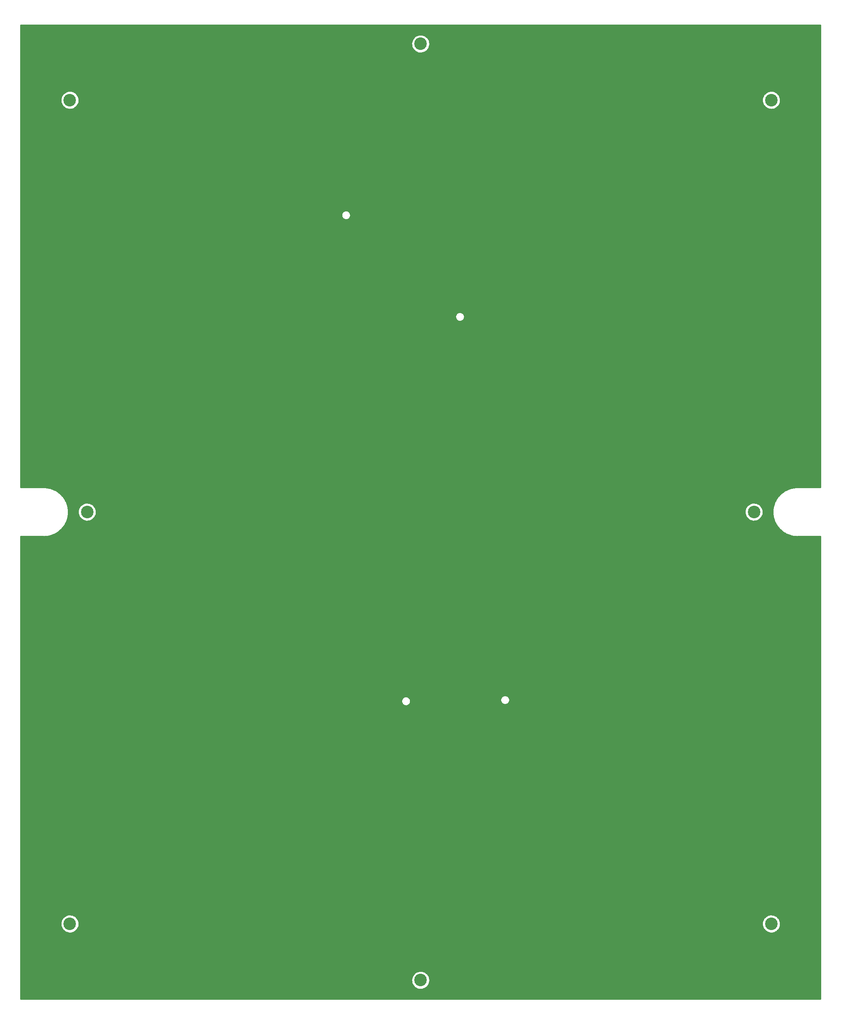
<source format=gbr>
%TF.GenerationSoftware,KiCad,Pcbnew,5.99.0-unknown-b1adb93c1~106~ubuntu20.04.1*%
%TF.CreationDate,2020-12-18T19:28:58-06:00*%
%TF.ProjectId,FlatAntPanel4x4,466c6174-416e-4745-9061-6e656c347834,rev?*%
%TF.SameCoordinates,Original*%
%TF.FileFunction,Copper,L2,Inr*%
%TF.FilePolarity,Positive*%
%FSLAX46Y46*%
G04 Gerber Fmt 4.6, Leading zero omitted, Abs format (unit mm)*
G04 Created by KiCad (PCBNEW 5.99.0-unknown-b1adb93c1~106~ubuntu20.04.1) date 2020-12-18 19:28:58*
%MOMM*%
%LPD*%
G01*
G04 APERTURE LIST*
%TA.AperFunction,ComponentPad*%
%ADD10C,2.900000*%
%TD*%
%TA.AperFunction,ViaPad*%
%ADD11C,0.800100*%
%TD*%
%TA.AperFunction,Conductor*%
%ADD12C,0.254000*%
%TD*%
G04 APERTURE END LIST*
D10*
%TO.N,N/C*%
%TO.C,H9*%
X93000000Y-221000000D03*
%TD*%
%TO.N,N/C*%
%TO.C,H10*%
X93000000Y-5000000D03*
%TD*%
%TO.N,N/C*%
%TO.C,H12*%
X170000000Y-113000000D03*
%TD*%
%TO.N,N/C*%
%TO.C,H4*%
X174000000Y-208000000D03*
%TD*%
%TO.N,N/C*%
%TO.C,H2*%
X174000000Y-18000000D03*
%TD*%
%TO.N,N/C*%
%TO.C,H3*%
X12000000Y-208000000D03*
%TD*%
%TO.N,N/C*%
%TO.C,H1*%
X12000000Y-18000000D03*
%TD*%
%TO.N,N/C*%
%TO.C,H11*%
X16000000Y-113000000D03*
%TD*%
D11*
%TO.N,GND*%
X87414000Y-160600000D03*
X93914000Y-157100000D03*
X88014000Y-158700000D03*
X91914000Y-157100000D03*
X91514000Y-158700000D03*
X93414000Y-159100000D03*
X87414000Y-157100000D03*
X85914000Y-159100000D03*
X91914000Y-160600000D03*
X110700000Y-154300000D03*
X110300000Y-155900000D03*
X110300000Y-152400000D03*
X108800000Y-153900000D03*
X114200000Y-154300000D03*
X114800000Y-152400000D03*
X116800000Y-155900000D03*
X116300000Y-153900000D03*
X114800000Y-155900000D03*
X108300000Y-155900000D03*
X98300000Y-65500000D03*
X99800000Y-64000000D03*
X104300000Y-67500000D03*
X103700000Y-65900000D03*
X106300000Y-67500000D03*
X99800000Y-67500000D03*
X97800000Y-67500000D03*
X105800000Y-65500000D03*
X100200000Y-65900000D03*
X104300000Y-64000000D03*
X73500000Y-45000000D03*
X77600000Y-46600000D03*
X72000000Y-47000000D03*
X79500000Y-47000000D03*
X71500000Y-45000000D03*
X78000000Y-48500000D03*
X74100000Y-46600000D03*
X73500000Y-48500000D03*
X78000000Y-45000000D03*
X80000000Y-45000000D03*
%TD*%
%TO.N,GND*%
D12*
X185366000Y-107366000D02*
X180078872Y-107366000D01*
X180050364Y-107361891D01*
X180030965Y-107360610D01*
X179789590Y-107363338D01*
X179775759Y-107362442D01*
X179756321Y-107362686D01*
X179743255Y-107363862D01*
X179733431Y-107363973D01*
X179715583Y-107365448D01*
X179701618Y-107367609D01*
X179288233Y-107404815D01*
X179271321Y-107405239D01*
X179251976Y-107407224D01*
X179242634Y-107408919D01*
X179236449Y-107409476D01*
X179218773Y-107412344D01*
X179202241Y-107416249D01*
X178789557Y-107491140D01*
X178772740Y-107493080D01*
X178753655Y-107496791D01*
X178744505Y-107499316D01*
X178738390Y-107500426D01*
X178721043Y-107504867D01*
X178704931Y-107510238D01*
X178300626Y-107621820D01*
X178284043Y-107625261D01*
X178265370Y-107630667D01*
X178256481Y-107634003D01*
X178250488Y-107635657D01*
X178233611Y-107641635D01*
X178218056Y-107648424D01*
X177825358Y-107795805D01*
X177809165Y-107800714D01*
X177791052Y-107807771D01*
X177782493Y-107811892D01*
X177776673Y-107814077D01*
X177760401Y-107821544D01*
X177745523Y-107829697D01*
X177367630Y-108011682D01*
X177351925Y-108018029D01*
X177334517Y-108026683D01*
X177326363Y-108031555D01*
X177320760Y-108034253D01*
X177305224Y-108043147D01*
X177291121Y-108052611D01*
X176931073Y-108267731D01*
X176916006Y-108275457D01*
X176899440Y-108285638D01*
X176891763Y-108291216D01*
X176886425Y-108294405D01*
X176871745Y-108304659D01*
X176858556Y-108315342D01*
X176519224Y-108561881D01*
X176504914Y-108570925D01*
X176489326Y-108582551D01*
X176482175Y-108588799D01*
X176477155Y-108592446D01*
X176463447Y-108603979D01*
X176451266Y-108615804D01*
X176135420Y-108891752D01*
X176121964Y-108902053D01*
X176107486Y-108915026D01*
X176100919Y-108921894D01*
X176096244Y-108925979D01*
X176083630Y-108938689D01*
X176072560Y-108951556D01*
X175782709Y-109254716D01*
X175770241Y-109266173D01*
X175756983Y-109280393D01*
X175751066Y-109287812D01*
X175746767Y-109292309D01*
X175735343Y-109306099D01*
X175725469Y-109319909D01*
X175463962Y-109647828D01*
X175452570Y-109660357D01*
X175440639Y-109675708D01*
X175435406Y-109683636D01*
X175431534Y-109688491D01*
X175421394Y-109703248D01*
X175412800Y-109717883D01*
X175181737Y-110067931D01*
X175171514Y-110081430D01*
X175161006Y-110097791D01*
X175156509Y-110106148D01*
X175153085Y-110111335D01*
X175144307Y-110126943D01*
X175137053Y-110142304D01*
X174938307Y-110511637D01*
X174929333Y-110526002D01*
X174920336Y-110543236D01*
X174916606Y-110551963D01*
X174913658Y-110557441D01*
X174906316Y-110573769D01*
X174900463Y-110589732D01*
X174735627Y-110975384D01*
X174727978Y-110990494D01*
X174720562Y-111008466D01*
X174717631Y-111017486D01*
X174715186Y-111023207D01*
X174709335Y-111040133D01*
X174704938Y-111056549D01*
X174575336Y-111455427D01*
X174569073Y-111471160D01*
X174563296Y-111489726D01*
X174561181Y-111498991D01*
X174559263Y-111504895D01*
X174554953Y-111522279D01*
X174552051Y-111538996D01*
X174458717Y-111947915D01*
X174453891Y-111964141D01*
X174449803Y-111983147D01*
X174448529Y-111992550D01*
X174447144Y-111998619D01*
X174444411Y-112016314D01*
X174443018Y-112033232D01*
X174386718Y-112448865D01*
X174383365Y-112465459D01*
X174380997Y-112484756D01*
X174380571Y-112494241D01*
X174379736Y-112500405D01*
X174378600Y-112518272D01*
X174378729Y-112535252D01*
X174359911Y-112954249D01*
X174358059Y-112971088D01*
X174357431Y-112990519D01*
X174357857Y-112999998D01*
X174357578Y-113006205D01*
X174358048Y-113024107D01*
X174359698Y-113041004D01*
X174378516Y-113460023D01*
X174378181Y-113476940D01*
X174379296Y-113496350D01*
X174380570Y-113505756D01*
X174380849Y-113511966D01*
X174382922Y-113529757D01*
X174386083Y-113546448D01*
X174442380Y-113962060D01*
X174443564Y-113978957D01*
X174446414Y-113998185D01*
X174448530Y-114007455D01*
X174449363Y-114013606D01*
X174453022Y-114031133D01*
X174457658Y-114047444D01*
X174550995Y-114456381D01*
X174553686Y-114473089D01*
X174558250Y-114491990D01*
X174561183Y-114501017D01*
X174562566Y-114507076D01*
X174567782Y-114524211D01*
X174573877Y-114540081D01*
X174703477Y-114938954D01*
X174707659Y-114955368D01*
X174713896Y-114973775D01*
X174717628Y-114982506D01*
X174719550Y-114988422D01*
X174726280Y-115005015D01*
X174733769Y-115020269D01*
X174898597Y-115405900D01*
X174904239Y-115421891D01*
X174912105Y-115439674D01*
X174916606Y-115448039D01*
X174919047Y-115453749D01*
X174927238Y-115469674D01*
X174936055Y-115484179D01*
X175134807Y-115853524D01*
X175141853Y-115868927D01*
X175151279Y-115885929D01*
X175156509Y-115893852D01*
X175159453Y-115899323D01*
X175169039Y-115914451D01*
X175179127Y-115928116D01*
X175410189Y-116278164D01*
X175418580Y-116292860D01*
X175429492Y-116308948D01*
X175435403Y-116316360D01*
X175438832Y-116321555D01*
X175449736Y-116335763D01*
X175461014Y-116348475D01*
X175722509Y-116676377D01*
X175732188Y-116690271D01*
X175744505Y-116705325D01*
X175751059Y-116712179D01*
X175754934Y-116717039D01*
X175767071Y-116730216D01*
X175779428Y-116741852D01*
X176069277Y-117045010D01*
X176080165Y-117057983D01*
X176093777Y-117071867D01*
X176100926Y-117078113D01*
X176105219Y-117082603D01*
X176118485Y-117094637D01*
X176131847Y-117105128D01*
X176447709Y-117381089D01*
X176459701Y-117393018D01*
X176474499Y-117405624D01*
X176482174Y-117411201D01*
X176486862Y-117415296D01*
X176501150Y-117426089D01*
X176515407Y-117435345D01*
X176854712Y-117681865D01*
X176867739Y-117692683D01*
X176883609Y-117703912D01*
X176891764Y-117708785D01*
X176896790Y-117712436D01*
X176911987Y-117721905D01*
X176927008Y-117729842D01*
X177287059Y-117944962D01*
X177300999Y-117954566D01*
X177317812Y-117964327D01*
X177326350Y-117968439D01*
X177331698Y-117971634D01*
X177347685Y-117979703D01*
X177363356Y-117986261D01*
X177741255Y-118168248D01*
X177755986Y-118176556D01*
X177773607Y-118184772D01*
X177782491Y-118188106D01*
X177788097Y-118190806D01*
X177804737Y-118197408D01*
X177820940Y-118202537D01*
X178213635Y-118349918D01*
X178229044Y-118356868D01*
X178247330Y-118363471D01*
X178256465Y-118365992D01*
X178262300Y-118368182D01*
X178279470Y-118373267D01*
X178296080Y-118376925D01*
X178700376Y-118488505D01*
X178716363Y-118494052D01*
X178735162Y-118498988D01*
X178744503Y-118500683D01*
X178750499Y-118502338D01*
X178768055Y-118505863D01*
X178784916Y-118508016D01*
X179197578Y-118582903D01*
X179214010Y-118586998D01*
X179233179Y-118590230D01*
X179242643Y-118591082D01*
X179248755Y-118592191D01*
X179266554Y-118594127D01*
X179283502Y-118594759D01*
X179697134Y-118631987D01*
X179710787Y-118634271D01*
X179730153Y-118635990D01*
X179743258Y-118636138D01*
X179753056Y-118637020D01*
X179770958Y-118637354D01*
X179785098Y-118636611D01*
X180027687Y-118639353D01*
X180045562Y-118638282D01*
X180078077Y-118634000D01*
X185366000Y-118634000D01*
X185366000Y-225366000D01*
X634000Y-225366000D01*
X634000Y-220943272D01*
X90911566Y-220943272D01*
X90922455Y-221220410D01*
X90924408Y-221238100D01*
X90974237Y-221510940D01*
X90978663Y-221528179D01*
X91066439Y-221791275D01*
X91073250Y-221807718D01*
X91197220Y-222055822D01*
X91206280Y-222071142D01*
X91363972Y-222299303D01*
X91375100Y-222313193D01*
X91563367Y-222516859D01*
X91576341Y-222529042D01*
X91791426Y-222704149D01*
X91805988Y-222714384D01*
X92043601Y-222857438D01*
X92059459Y-222865517D01*
X92314857Y-222973665D01*
X92331696Y-222979431D01*
X92599785Y-223050513D01*
X92617267Y-223053848D01*
X92892696Y-223086447D01*
X92910474Y-223087285D01*
X93187750Y-223080751D01*
X93205470Y-223079076D01*
X93479058Y-223033538D01*
X93496364Y-223029383D01*
X93760807Y-222945751D01*
X93777355Y-222939199D01*
X94027375Y-222819141D01*
X94042835Y-222810323D01*
X94273445Y-222656234D01*
X94287508Y-222645326D01*
X94494106Y-222460282D01*
X94506492Y-222447500D01*
X94684956Y-222235191D01*
X94695417Y-222220793D01*
X94842186Y-221985457D01*
X94850515Y-221969727D01*
X94962660Y-221716059D01*
X94968688Y-221699314D01*
X95043973Y-221432375D01*
X95047583Y-221414946D01*
X95084504Y-221140062D01*
X95085563Y-221127247D01*
X95089438Y-221003958D01*
X95089185Y-220991101D01*
X95069596Y-220714441D01*
X95067089Y-220696821D01*
X95008715Y-220425682D01*
X95003749Y-220408590D01*
X94907752Y-220148381D01*
X94900428Y-220132160D01*
X94768726Y-219888072D01*
X94759189Y-219873045D01*
X94594408Y-219649950D01*
X94582850Y-219636416D01*
X94388279Y-219438764D01*
X94374928Y-219426994D01*
X94154448Y-219258729D01*
X94139572Y-219248958D01*
X93897584Y-219113438D01*
X93881480Y-219105860D01*
X93622810Y-219005788D01*
X93605799Y-219000554D01*
X93335610Y-218937928D01*
X93318031Y-218935144D01*
X93041713Y-218911212D01*
X93023917Y-218910932D01*
X92746984Y-218926173D01*
X92729327Y-218928404D01*
X92457304Y-218982513D01*
X92440137Y-218987209D01*
X92178452Y-219079106D01*
X92162117Y-219086175D01*
X91915991Y-219214027D01*
X91900816Y-219223326D01*
X91675160Y-219384582D01*
X91661446Y-219395927D01*
X91460762Y-219587370D01*
X91448784Y-219600534D01*
X91277077Y-219818343D01*
X91267073Y-219833064D01*
X91127769Y-220072894D01*
X91119939Y-220088877D01*
X91015817Y-220345943D01*
X91010317Y-220362869D01*
X90943454Y-220632041D01*
X90940394Y-220649575D01*
X90912125Y-220925483D01*
X90911566Y-220943272D01*
X634000Y-220943272D01*
X634000Y-207943272D01*
X9911566Y-207943272D01*
X9922455Y-208220410D01*
X9924408Y-208238100D01*
X9974237Y-208510940D01*
X9978663Y-208528179D01*
X10066439Y-208791275D01*
X10073250Y-208807718D01*
X10197220Y-209055822D01*
X10206280Y-209071142D01*
X10363972Y-209299303D01*
X10375100Y-209313193D01*
X10563367Y-209516859D01*
X10576341Y-209529042D01*
X10791426Y-209704149D01*
X10805988Y-209714384D01*
X11043601Y-209857438D01*
X11059459Y-209865517D01*
X11314857Y-209973665D01*
X11331696Y-209979431D01*
X11599785Y-210050513D01*
X11617267Y-210053848D01*
X11892696Y-210086447D01*
X11910474Y-210087285D01*
X12187750Y-210080751D01*
X12205470Y-210079076D01*
X12479058Y-210033538D01*
X12496364Y-210029383D01*
X12760807Y-209945751D01*
X12777355Y-209939199D01*
X13027375Y-209819141D01*
X13042835Y-209810323D01*
X13273445Y-209656234D01*
X13287508Y-209645326D01*
X13494106Y-209460282D01*
X13506492Y-209447500D01*
X13684956Y-209235191D01*
X13695417Y-209220793D01*
X13842186Y-208985457D01*
X13850515Y-208969727D01*
X13962660Y-208716059D01*
X13968688Y-208699314D01*
X14043973Y-208432375D01*
X14047583Y-208414946D01*
X14084504Y-208140062D01*
X14085563Y-208127247D01*
X14089438Y-208003958D01*
X14089185Y-207991101D01*
X14085799Y-207943272D01*
X171911566Y-207943272D01*
X171922455Y-208220410D01*
X171924408Y-208238100D01*
X171974237Y-208510940D01*
X171978663Y-208528179D01*
X172066439Y-208791275D01*
X172073250Y-208807718D01*
X172197220Y-209055822D01*
X172206280Y-209071142D01*
X172363972Y-209299303D01*
X172375100Y-209313193D01*
X172563367Y-209516859D01*
X172576341Y-209529042D01*
X172791426Y-209704149D01*
X172805988Y-209714384D01*
X173043601Y-209857438D01*
X173059459Y-209865517D01*
X173314857Y-209973665D01*
X173331696Y-209979431D01*
X173599785Y-210050513D01*
X173617267Y-210053848D01*
X173892696Y-210086447D01*
X173910474Y-210087285D01*
X174187750Y-210080751D01*
X174205470Y-210079076D01*
X174479058Y-210033538D01*
X174496364Y-210029383D01*
X174760807Y-209945751D01*
X174777355Y-209939199D01*
X175027375Y-209819141D01*
X175042835Y-209810323D01*
X175273445Y-209656234D01*
X175287508Y-209645326D01*
X175494106Y-209460282D01*
X175506492Y-209447500D01*
X175684956Y-209235191D01*
X175695417Y-209220793D01*
X175842186Y-208985457D01*
X175850515Y-208969727D01*
X175962660Y-208716059D01*
X175968688Y-208699314D01*
X176043973Y-208432375D01*
X176047583Y-208414946D01*
X176084504Y-208140062D01*
X176085563Y-208127247D01*
X176089438Y-208003958D01*
X176089185Y-207991101D01*
X176069596Y-207714441D01*
X176067089Y-207696821D01*
X176008715Y-207425682D01*
X176003749Y-207408590D01*
X175907752Y-207148381D01*
X175900428Y-207132160D01*
X175768726Y-206888072D01*
X175759189Y-206873045D01*
X175594408Y-206649950D01*
X175582850Y-206636416D01*
X175388279Y-206438764D01*
X175374928Y-206426994D01*
X175154448Y-206258729D01*
X175139572Y-206248958D01*
X174897584Y-206113438D01*
X174881480Y-206105860D01*
X174622810Y-206005788D01*
X174605799Y-206000554D01*
X174335610Y-205937928D01*
X174318031Y-205935144D01*
X174041713Y-205911212D01*
X174023917Y-205910932D01*
X173746984Y-205926173D01*
X173729327Y-205928404D01*
X173457304Y-205982513D01*
X173440137Y-205987209D01*
X173178452Y-206079106D01*
X173162117Y-206086175D01*
X172915991Y-206214027D01*
X172900816Y-206223326D01*
X172675160Y-206384582D01*
X172661446Y-206395927D01*
X172460762Y-206587370D01*
X172448784Y-206600534D01*
X172277077Y-206818343D01*
X172267073Y-206833064D01*
X172127769Y-207072894D01*
X172119939Y-207088877D01*
X172015817Y-207345943D01*
X172010317Y-207362869D01*
X171943454Y-207632041D01*
X171940394Y-207649575D01*
X171912125Y-207925483D01*
X171911566Y-207943272D01*
X14085799Y-207943272D01*
X14069596Y-207714441D01*
X14067089Y-207696821D01*
X14008715Y-207425682D01*
X14003749Y-207408590D01*
X13907752Y-207148381D01*
X13900428Y-207132160D01*
X13768726Y-206888072D01*
X13759189Y-206873045D01*
X13594408Y-206649950D01*
X13582850Y-206636416D01*
X13388279Y-206438764D01*
X13374928Y-206426994D01*
X13154448Y-206258729D01*
X13139572Y-206248958D01*
X12897584Y-206113438D01*
X12881480Y-206105860D01*
X12622810Y-206005788D01*
X12605799Y-206000554D01*
X12335610Y-205937928D01*
X12318031Y-205935144D01*
X12041713Y-205911212D01*
X12023917Y-205910932D01*
X11746984Y-205926173D01*
X11729327Y-205928404D01*
X11457304Y-205982513D01*
X11440137Y-205987209D01*
X11178452Y-206079106D01*
X11162117Y-206086175D01*
X10915991Y-206214027D01*
X10900816Y-206223326D01*
X10675160Y-206384582D01*
X10661446Y-206395927D01*
X10460762Y-206587370D01*
X10448784Y-206600534D01*
X10277077Y-206818343D01*
X10267073Y-206833064D01*
X10127769Y-207072894D01*
X10119939Y-207088877D01*
X10015817Y-207345943D01*
X10010317Y-207362869D01*
X9943454Y-207632041D01*
X9940394Y-207649575D01*
X9912125Y-207925483D01*
X9911566Y-207943272D01*
X634000Y-207943272D01*
X634000Y-156554513D01*
X88590504Y-156554513D01*
X88590504Y-156745487D01*
X88593257Y-156771684D01*
X88632963Y-156958484D01*
X88641103Y-156983536D01*
X88718779Y-157157999D01*
X88731950Y-157180811D01*
X88844201Y-157335312D01*
X88861827Y-157354887D01*
X89003748Y-157482673D01*
X89025058Y-157498156D01*
X89190446Y-157593643D01*
X89214510Y-157604357D01*
X89396137Y-157663371D01*
X89421903Y-157668848D01*
X89564258Y-157683810D01*
X89577428Y-157684500D01*
X89672572Y-157684500D01*
X89685742Y-157683810D01*
X89828097Y-157668848D01*
X89853863Y-157663371D01*
X90035490Y-157604357D01*
X90059554Y-157593643D01*
X90224942Y-157498156D01*
X90246252Y-157482673D01*
X90388173Y-157354887D01*
X90405799Y-157335312D01*
X90518050Y-157180811D01*
X90531221Y-157157999D01*
X90608897Y-156983536D01*
X90617037Y-156958484D01*
X90656743Y-156771684D01*
X90659496Y-156745487D01*
X90659496Y-156554513D01*
X90656743Y-156528316D01*
X90617037Y-156341516D01*
X90608897Y-156316464D01*
X90587994Y-156269513D01*
X111475504Y-156269513D01*
X111475504Y-156460487D01*
X111478257Y-156486684D01*
X111517963Y-156673484D01*
X111526103Y-156698536D01*
X111603779Y-156872999D01*
X111616950Y-156895811D01*
X111729201Y-157050312D01*
X111746827Y-157069887D01*
X111888748Y-157197673D01*
X111910058Y-157213156D01*
X112075446Y-157308643D01*
X112099510Y-157319357D01*
X112281137Y-157378371D01*
X112306903Y-157383848D01*
X112449258Y-157398810D01*
X112462428Y-157399500D01*
X112557572Y-157399500D01*
X112570742Y-157398810D01*
X112713097Y-157383848D01*
X112738863Y-157378371D01*
X112920490Y-157319357D01*
X112944554Y-157308643D01*
X113109942Y-157213156D01*
X113131252Y-157197673D01*
X113273173Y-157069887D01*
X113290799Y-157050312D01*
X113403050Y-156895811D01*
X113416221Y-156872999D01*
X113493897Y-156698536D01*
X113502037Y-156673484D01*
X113541743Y-156486684D01*
X113544496Y-156460487D01*
X113544496Y-156269513D01*
X113541743Y-156243316D01*
X113502037Y-156056516D01*
X113493897Y-156031464D01*
X113416221Y-155857001D01*
X113403050Y-155834189D01*
X113290799Y-155679688D01*
X113273173Y-155660113D01*
X113131252Y-155532327D01*
X113109942Y-155516844D01*
X112944554Y-155421357D01*
X112920490Y-155410643D01*
X112738863Y-155351629D01*
X112713097Y-155346152D01*
X112570742Y-155331190D01*
X112557572Y-155330500D01*
X112462428Y-155330500D01*
X112449258Y-155331190D01*
X112306903Y-155346152D01*
X112281137Y-155351629D01*
X112099510Y-155410643D01*
X112075446Y-155421357D01*
X111910058Y-155516844D01*
X111888748Y-155532327D01*
X111746827Y-155660113D01*
X111729201Y-155679688D01*
X111616950Y-155834189D01*
X111603779Y-155857001D01*
X111526103Y-156031464D01*
X111517963Y-156056516D01*
X111478257Y-156243316D01*
X111475504Y-156269513D01*
X90587994Y-156269513D01*
X90531221Y-156142001D01*
X90518050Y-156119189D01*
X90405799Y-155964688D01*
X90388173Y-155945113D01*
X90246252Y-155817327D01*
X90224942Y-155801844D01*
X90059554Y-155706357D01*
X90035490Y-155695643D01*
X89853863Y-155636629D01*
X89828097Y-155631152D01*
X89685742Y-155616190D01*
X89672572Y-155615500D01*
X89577428Y-155615500D01*
X89564258Y-155616190D01*
X89421903Y-155631152D01*
X89396137Y-155636629D01*
X89214510Y-155695643D01*
X89190446Y-155706357D01*
X89025058Y-155801844D01*
X89003748Y-155817327D01*
X88861827Y-155945113D01*
X88844201Y-155964688D01*
X88731950Y-156119189D01*
X88718779Y-156142001D01*
X88641103Y-156316464D01*
X88632963Y-156341516D01*
X88593257Y-156528316D01*
X88590504Y-156554513D01*
X634000Y-156554513D01*
X634000Y-118634000D01*
X5921127Y-118634000D01*
X5949635Y-118638109D01*
X5969034Y-118639390D01*
X6210409Y-118636662D01*
X6224240Y-118637558D01*
X6243678Y-118637314D01*
X6256744Y-118636138D01*
X6266568Y-118636027D01*
X6284416Y-118634552D01*
X6298381Y-118632391D01*
X6711767Y-118595185D01*
X6728679Y-118594761D01*
X6748026Y-118592776D01*
X6757370Y-118591080D01*
X6763550Y-118590524D01*
X6781232Y-118587655D01*
X6797765Y-118583749D01*
X7210432Y-118508860D01*
X7227258Y-118506920D01*
X7246340Y-118503210D01*
X7255504Y-118500681D01*
X7261615Y-118499572D01*
X7278959Y-118495131D01*
X7295054Y-118489766D01*
X7699380Y-118378178D01*
X7715955Y-118374739D01*
X7734630Y-118369333D01*
X7743521Y-118365996D01*
X7749511Y-118364343D01*
X7766389Y-118358365D01*
X7781948Y-118351574D01*
X8174630Y-118204199D01*
X8190834Y-118199287D01*
X8208955Y-118192225D01*
X8217507Y-118188106D01*
X8223317Y-118185926D01*
X8239596Y-118178458D01*
X8254483Y-118170301D01*
X8632378Y-117988315D01*
X8648076Y-117981970D01*
X8665488Y-117973314D01*
X8673634Y-117968446D01*
X8679232Y-117965751D01*
X8694778Y-117956852D01*
X8708881Y-117947388D01*
X9068931Y-117732268D01*
X9083998Y-117724541D01*
X9100559Y-117714362D01*
X9108236Y-117708784D01*
X9113574Y-117705595D01*
X9128254Y-117695341D01*
X9141443Y-117684658D01*
X9480764Y-117438127D01*
X9495087Y-117429075D01*
X9510673Y-117417449D01*
X9517824Y-117411201D01*
X9522844Y-117407554D01*
X9536549Y-117396025D01*
X9548743Y-117384188D01*
X9864588Y-117108242D01*
X9878036Y-117097947D01*
X9892515Y-117084973D01*
X9899074Y-117078112D01*
X9903755Y-117074023D01*
X9916372Y-117061309D01*
X9927444Y-117048439D01*
X10217292Y-116745283D01*
X10229759Y-116733827D01*
X10243017Y-116719607D01*
X10248933Y-116712188D01*
X10253234Y-116707690D01*
X10264658Y-116693900D01*
X10274532Y-116680090D01*
X10536050Y-116352159D01*
X10547430Y-116339643D01*
X10559363Y-116324288D01*
X10564587Y-116316373D01*
X10568461Y-116311516D01*
X10578606Y-116296755D01*
X10587214Y-116282096D01*
X10818260Y-115932076D01*
X10828489Y-115918568D01*
X10838994Y-115902210D01*
X10843491Y-115893853D01*
X10846915Y-115888666D01*
X10855693Y-115873058D01*
X10862944Y-115857705D01*
X11061702Y-115488350D01*
X11070669Y-115473995D01*
X11079664Y-115456765D01*
X11083396Y-115448033D01*
X11086342Y-115442559D01*
X11093684Y-115426231D01*
X11099530Y-115410289D01*
X11264378Y-115024607D01*
X11272021Y-115009509D01*
X11279438Y-114991537D01*
X11282371Y-114982509D01*
X11284815Y-114976792D01*
X11290665Y-114959866D01*
X11295060Y-114943456D01*
X11424666Y-114544569D01*
X11430929Y-114528836D01*
X11436705Y-114510271D01*
X11438817Y-114501016D01*
X11440736Y-114495111D01*
X11445046Y-114477727D01*
X11447949Y-114461005D01*
X11541286Y-114052073D01*
X11546109Y-114035857D01*
X11550198Y-114016847D01*
X11551471Y-114007450D01*
X11552854Y-114001390D01*
X11555589Y-113983686D01*
X11556982Y-113966768D01*
X11613285Y-113551122D01*
X11616635Y-113534538D01*
X11619003Y-113515245D01*
X11619429Y-113505760D01*
X11620264Y-113499596D01*
X11621400Y-113481730D01*
X11621271Y-113464748D01*
X11640089Y-113045751D01*
X11641941Y-113028912D01*
X11642569Y-113009481D01*
X11642143Y-112999999D01*
X11642422Y-112993795D01*
X11641952Y-112975893D01*
X11640302Y-112958996D01*
X11639596Y-112943272D01*
X13911566Y-112943272D01*
X13922455Y-113220410D01*
X13924408Y-113238100D01*
X13974237Y-113510940D01*
X13978663Y-113528179D01*
X14066439Y-113791275D01*
X14073250Y-113807718D01*
X14197220Y-114055822D01*
X14206280Y-114071142D01*
X14363972Y-114299303D01*
X14375100Y-114313193D01*
X14563367Y-114516859D01*
X14576341Y-114529042D01*
X14791426Y-114704149D01*
X14805988Y-114714384D01*
X15043601Y-114857438D01*
X15059459Y-114865517D01*
X15314857Y-114973665D01*
X15331696Y-114979431D01*
X15599785Y-115050513D01*
X15617267Y-115053848D01*
X15892696Y-115086447D01*
X15910474Y-115087285D01*
X16187750Y-115080751D01*
X16205470Y-115079076D01*
X16479058Y-115033538D01*
X16496364Y-115029383D01*
X16760807Y-114945751D01*
X16777355Y-114939199D01*
X17027375Y-114819141D01*
X17042835Y-114810323D01*
X17273445Y-114656234D01*
X17287508Y-114645326D01*
X17494106Y-114460282D01*
X17506492Y-114447500D01*
X17684956Y-114235191D01*
X17695417Y-114220793D01*
X17842186Y-113985457D01*
X17850515Y-113969727D01*
X17962660Y-113716059D01*
X17968688Y-113699314D01*
X18043973Y-113432375D01*
X18047583Y-113414946D01*
X18084504Y-113140062D01*
X18085563Y-113127247D01*
X18089438Y-113003958D01*
X18089185Y-112991101D01*
X18085799Y-112943272D01*
X167911566Y-112943272D01*
X167922455Y-113220410D01*
X167924408Y-113238100D01*
X167974237Y-113510940D01*
X167978663Y-113528179D01*
X168066439Y-113791275D01*
X168073250Y-113807718D01*
X168197220Y-114055822D01*
X168206280Y-114071142D01*
X168363972Y-114299303D01*
X168375100Y-114313193D01*
X168563367Y-114516859D01*
X168576341Y-114529042D01*
X168791426Y-114704149D01*
X168805988Y-114714384D01*
X169043601Y-114857438D01*
X169059459Y-114865517D01*
X169314857Y-114973665D01*
X169331696Y-114979431D01*
X169599785Y-115050513D01*
X169617267Y-115053848D01*
X169892696Y-115086447D01*
X169910474Y-115087285D01*
X170187750Y-115080751D01*
X170205470Y-115079076D01*
X170479058Y-115033538D01*
X170496364Y-115029383D01*
X170760807Y-114945751D01*
X170777355Y-114939199D01*
X171027375Y-114819141D01*
X171042835Y-114810323D01*
X171273445Y-114656234D01*
X171287508Y-114645326D01*
X171494106Y-114460282D01*
X171506492Y-114447500D01*
X171684956Y-114235191D01*
X171695417Y-114220793D01*
X171842186Y-113985457D01*
X171850515Y-113969727D01*
X171962660Y-113716059D01*
X171968688Y-113699314D01*
X172043973Y-113432375D01*
X172047583Y-113414946D01*
X172084504Y-113140062D01*
X172085563Y-113127247D01*
X172089438Y-113003958D01*
X172089185Y-112991101D01*
X172069596Y-112714441D01*
X172067089Y-112696821D01*
X172008715Y-112425682D01*
X172003749Y-112408590D01*
X171907752Y-112148381D01*
X171900428Y-112132160D01*
X171768726Y-111888072D01*
X171759189Y-111873045D01*
X171594408Y-111649950D01*
X171582850Y-111636416D01*
X171388279Y-111438764D01*
X171374928Y-111426994D01*
X171154448Y-111258729D01*
X171139572Y-111248958D01*
X170897584Y-111113438D01*
X170881480Y-111105860D01*
X170622810Y-111005788D01*
X170605799Y-111000554D01*
X170335610Y-110937928D01*
X170318031Y-110935144D01*
X170041713Y-110911212D01*
X170023917Y-110910932D01*
X169746984Y-110926173D01*
X169729327Y-110928404D01*
X169457304Y-110982513D01*
X169440137Y-110987209D01*
X169178452Y-111079106D01*
X169162117Y-111086175D01*
X168915991Y-111214027D01*
X168900816Y-111223326D01*
X168675160Y-111384582D01*
X168661446Y-111395927D01*
X168460762Y-111587370D01*
X168448784Y-111600534D01*
X168277077Y-111818343D01*
X168267073Y-111833064D01*
X168127769Y-112072894D01*
X168119939Y-112088877D01*
X168015817Y-112345943D01*
X168010317Y-112362869D01*
X167943454Y-112632041D01*
X167940394Y-112649575D01*
X167912125Y-112925483D01*
X167911566Y-112943272D01*
X18085799Y-112943272D01*
X18069596Y-112714441D01*
X18067089Y-112696821D01*
X18008715Y-112425682D01*
X18003749Y-112408590D01*
X17907752Y-112148381D01*
X17900428Y-112132160D01*
X17768726Y-111888072D01*
X17759189Y-111873045D01*
X17594408Y-111649950D01*
X17582850Y-111636416D01*
X17388279Y-111438764D01*
X17374928Y-111426994D01*
X17154448Y-111258729D01*
X17139572Y-111248958D01*
X16897584Y-111113438D01*
X16881480Y-111105860D01*
X16622810Y-111005788D01*
X16605799Y-111000554D01*
X16335610Y-110937928D01*
X16318031Y-110935144D01*
X16041713Y-110911212D01*
X16023917Y-110910932D01*
X15746984Y-110926173D01*
X15729327Y-110928404D01*
X15457304Y-110982513D01*
X15440137Y-110987209D01*
X15178452Y-111079106D01*
X15162117Y-111086175D01*
X14915991Y-111214027D01*
X14900816Y-111223326D01*
X14675160Y-111384582D01*
X14661446Y-111395927D01*
X14460762Y-111587370D01*
X14448784Y-111600534D01*
X14277077Y-111818343D01*
X14267073Y-111833064D01*
X14127769Y-112072894D01*
X14119939Y-112088877D01*
X14015817Y-112345943D01*
X14010317Y-112362869D01*
X13943454Y-112632041D01*
X13940394Y-112649575D01*
X13912125Y-112925483D01*
X13911566Y-112943272D01*
X11639596Y-112943272D01*
X11621484Y-112539977D01*
X11621819Y-112523059D01*
X11620704Y-112503649D01*
X11619430Y-112494243D01*
X11619151Y-112488033D01*
X11617078Y-112470246D01*
X11613920Y-112453567D01*
X11557620Y-112037939D01*
X11556436Y-112021042D01*
X11553585Y-112001812D01*
X11551471Y-111992547D01*
X11550637Y-111986395D01*
X11546979Y-111968869D01*
X11542342Y-111952552D01*
X11449006Y-111543622D01*
X11446313Y-111526908D01*
X11441749Y-111508009D01*
X11438814Y-111498978D01*
X11437433Y-111492925D01*
X11432217Y-111475790D01*
X11426132Y-111459943D01*
X11296522Y-111061043D01*
X11292341Y-111044633D01*
X11286102Y-111026219D01*
X11282369Y-111017486D01*
X11280452Y-111011585D01*
X11273720Y-110994985D01*
X11266234Y-110979738D01*
X11101396Y-110594082D01*
X11095759Y-110578107D01*
X11087895Y-110560327D01*
X11083394Y-110551963D01*
X11080951Y-110546247D01*
X11072763Y-110530328D01*
X11063953Y-110515833D01*
X10865188Y-110146468D01*
X10858148Y-110131076D01*
X10848719Y-110114068D01*
X10843491Y-110106148D01*
X10840548Y-110100679D01*
X10830961Y-110085549D01*
X10820878Y-110071890D01*
X10589824Y-109721859D01*
X10581421Y-109707140D01*
X10570507Y-109691050D01*
X10564585Y-109683625D01*
X10561167Y-109678446D01*
X10550263Y-109664237D01*
X10539010Y-109651553D01*
X10277486Y-109323614D01*
X10267808Y-109309723D01*
X10255499Y-109294679D01*
X10248932Y-109287810D01*
X10245059Y-109282954D01*
X10232929Y-109269783D01*
X10220560Y-109258136D01*
X9930724Y-108954991D01*
X9919835Y-108942018D01*
X9906223Y-108928134D01*
X9899074Y-108921888D01*
X9894781Y-108917398D01*
X9881518Y-108905367D01*
X9868162Y-108894880D01*
X9552298Y-108618918D01*
X9540299Y-108606982D01*
X9525499Y-108594375D01*
X9517821Y-108588797D01*
X9513139Y-108584706D01*
X9498852Y-108573912D01*
X9484590Y-108564652D01*
X9145280Y-108318129D01*
X9132259Y-108307316D01*
X9116389Y-108296087D01*
X9108245Y-108291221D01*
X9103210Y-108287563D01*
X9088013Y-108278095D01*
X9072987Y-108270156D01*
X8712946Y-108055041D01*
X8699001Y-108045434D01*
X8682190Y-108035673D01*
X8673635Y-108031553D01*
X8668299Y-108028365D01*
X8652313Y-108020296D01*
X8636639Y-108013737D01*
X8258766Y-107831764D01*
X8244014Y-107823444D01*
X8226391Y-107815227D01*
X8217493Y-107811887D01*
X8211904Y-107809196D01*
X8195260Y-107802593D01*
X8179090Y-107797474D01*
X7786375Y-107650087D01*
X7770957Y-107643132D01*
X7752669Y-107636529D01*
X7743528Y-107634006D01*
X7737700Y-107631819D01*
X7720529Y-107626734D01*
X7703942Y-107623081D01*
X7299634Y-107511498D01*
X7283641Y-107505949D01*
X7264839Y-107501012D01*
X7255495Y-107499316D01*
X7249501Y-107497662D01*
X7231943Y-107494137D01*
X7215090Y-107491985D01*
X6802422Y-107417097D01*
X6785990Y-107413002D01*
X6766821Y-107409770D01*
X6757357Y-107408918D01*
X6751245Y-107407809D01*
X6733446Y-107405873D01*
X6716498Y-107405241D01*
X6302865Y-107368013D01*
X6289212Y-107365729D01*
X6269846Y-107364010D01*
X6256741Y-107363862D01*
X6246943Y-107362980D01*
X6229041Y-107362646D01*
X6214901Y-107363389D01*
X5972312Y-107360647D01*
X5954437Y-107361718D01*
X5921922Y-107366000D01*
X634000Y-107366000D01*
X634000Y-67854513D01*
X101045504Y-67854513D01*
X101045504Y-68045487D01*
X101048257Y-68071684D01*
X101087963Y-68258484D01*
X101096103Y-68283536D01*
X101173779Y-68457999D01*
X101186950Y-68480811D01*
X101299201Y-68635312D01*
X101316827Y-68654887D01*
X101458748Y-68782673D01*
X101480058Y-68798156D01*
X101645446Y-68893643D01*
X101669510Y-68904357D01*
X101851137Y-68963371D01*
X101876903Y-68968848D01*
X102019258Y-68983810D01*
X102032428Y-68984500D01*
X102127572Y-68984500D01*
X102140742Y-68983810D01*
X102283097Y-68968848D01*
X102308863Y-68963371D01*
X102490490Y-68904357D01*
X102514554Y-68893643D01*
X102679942Y-68798156D01*
X102701252Y-68782673D01*
X102843173Y-68654887D01*
X102860799Y-68635312D01*
X102973050Y-68480811D01*
X102986221Y-68457999D01*
X103063897Y-68283536D01*
X103072037Y-68258484D01*
X103111743Y-68071684D01*
X103114496Y-68045487D01*
X103114496Y-67854513D01*
X103111743Y-67828316D01*
X103072037Y-67641516D01*
X103063897Y-67616464D01*
X102986221Y-67442001D01*
X102973050Y-67419189D01*
X102860799Y-67264688D01*
X102843173Y-67245113D01*
X102701252Y-67117327D01*
X102679942Y-67101844D01*
X102514554Y-67006357D01*
X102490490Y-66995643D01*
X102308863Y-66936629D01*
X102283097Y-66931152D01*
X102140742Y-66916190D01*
X102127572Y-66915500D01*
X102032428Y-66915500D01*
X102019258Y-66916190D01*
X101876903Y-66931152D01*
X101851137Y-66936629D01*
X101669510Y-66995643D01*
X101645446Y-67006357D01*
X101480058Y-67101844D01*
X101458748Y-67117327D01*
X101316827Y-67245113D01*
X101299201Y-67264688D01*
X101186950Y-67419189D01*
X101173779Y-67442001D01*
X101096103Y-67616464D01*
X101087963Y-67641516D01*
X101048257Y-67828316D01*
X101045504Y-67854513D01*
X634000Y-67854513D01*
X634000Y-44434513D01*
X74750504Y-44434513D01*
X74750504Y-44625487D01*
X74753257Y-44651684D01*
X74792963Y-44838484D01*
X74801103Y-44863536D01*
X74878779Y-45037999D01*
X74891950Y-45060811D01*
X75004201Y-45215312D01*
X75021827Y-45234887D01*
X75163748Y-45362673D01*
X75185058Y-45378156D01*
X75350446Y-45473643D01*
X75374510Y-45484357D01*
X75556137Y-45543371D01*
X75581903Y-45548848D01*
X75724258Y-45563810D01*
X75737428Y-45564500D01*
X75832572Y-45564500D01*
X75845742Y-45563810D01*
X75988097Y-45548848D01*
X76013863Y-45543371D01*
X76195490Y-45484357D01*
X76219554Y-45473643D01*
X76384942Y-45378156D01*
X76406252Y-45362673D01*
X76548173Y-45234887D01*
X76565799Y-45215312D01*
X76678050Y-45060811D01*
X76691221Y-45037999D01*
X76768897Y-44863536D01*
X76777037Y-44838484D01*
X76816743Y-44651684D01*
X76819496Y-44625487D01*
X76819496Y-44434513D01*
X76816743Y-44408316D01*
X76777037Y-44221516D01*
X76768897Y-44196464D01*
X76691221Y-44022001D01*
X76678050Y-43999189D01*
X76565799Y-43844688D01*
X76548173Y-43825113D01*
X76406252Y-43697327D01*
X76384942Y-43681844D01*
X76219554Y-43586357D01*
X76195490Y-43575643D01*
X76013863Y-43516629D01*
X75988097Y-43511152D01*
X75845742Y-43496190D01*
X75832572Y-43495500D01*
X75737428Y-43495500D01*
X75724258Y-43496190D01*
X75581903Y-43511152D01*
X75556137Y-43516629D01*
X75374510Y-43575643D01*
X75350446Y-43586357D01*
X75185058Y-43681844D01*
X75163748Y-43697327D01*
X75021827Y-43825113D01*
X75004201Y-43844688D01*
X74891950Y-43999189D01*
X74878779Y-44022001D01*
X74801103Y-44196464D01*
X74792963Y-44221516D01*
X74753257Y-44408316D01*
X74750504Y-44434513D01*
X634000Y-44434513D01*
X634000Y-17943272D01*
X9911566Y-17943272D01*
X9922455Y-18220410D01*
X9924408Y-18238100D01*
X9974237Y-18510940D01*
X9978663Y-18528179D01*
X10066439Y-18791275D01*
X10073250Y-18807718D01*
X10197220Y-19055822D01*
X10206280Y-19071142D01*
X10363972Y-19299303D01*
X10375100Y-19313193D01*
X10563367Y-19516859D01*
X10576341Y-19529042D01*
X10791426Y-19704149D01*
X10805988Y-19714384D01*
X11043601Y-19857438D01*
X11059459Y-19865517D01*
X11314857Y-19973665D01*
X11331696Y-19979431D01*
X11599785Y-20050513D01*
X11617267Y-20053848D01*
X11892696Y-20086447D01*
X11910474Y-20087285D01*
X12187750Y-20080751D01*
X12205470Y-20079076D01*
X12479058Y-20033538D01*
X12496364Y-20029383D01*
X12760807Y-19945751D01*
X12777355Y-19939199D01*
X13027375Y-19819141D01*
X13042835Y-19810323D01*
X13273445Y-19656234D01*
X13287508Y-19645326D01*
X13494106Y-19460282D01*
X13506492Y-19447500D01*
X13684956Y-19235191D01*
X13695417Y-19220793D01*
X13842186Y-18985457D01*
X13850515Y-18969727D01*
X13962660Y-18716059D01*
X13968688Y-18699314D01*
X14043973Y-18432375D01*
X14047583Y-18414946D01*
X14084504Y-18140062D01*
X14085563Y-18127247D01*
X14089438Y-18003958D01*
X14089185Y-17991101D01*
X14085799Y-17943272D01*
X171911566Y-17943272D01*
X171922455Y-18220410D01*
X171924408Y-18238100D01*
X171974237Y-18510940D01*
X171978663Y-18528179D01*
X172066439Y-18791275D01*
X172073250Y-18807718D01*
X172197220Y-19055822D01*
X172206280Y-19071142D01*
X172363972Y-19299303D01*
X172375100Y-19313193D01*
X172563367Y-19516859D01*
X172576341Y-19529042D01*
X172791426Y-19704149D01*
X172805988Y-19714384D01*
X173043601Y-19857438D01*
X173059459Y-19865517D01*
X173314857Y-19973665D01*
X173331696Y-19979431D01*
X173599785Y-20050513D01*
X173617267Y-20053848D01*
X173892696Y-20086447D01*
X173910474Y-20087285D01*
X174187750Y-20080751D01*
X174205470Y-20079076D01*
X174479058Y-20033538D01*
X174496364Y-20029383D01*
X174760807Y-19945751D01*
X174777355Y-19939199D01*
X175027375Y-19819141D01*
X175042835Y-19810323D01*
X175273445Y-19656234D01*
X175287508Y-19645326D01*
X175494106Y-19460282D01*
X175506492Y-19447500D01*
X175684956Y-19235191D01*
X175695417Y-19220793D01*
X175842186Y-18985457D01*
X175850515Y-18969727D01*
X175962660Y-18716059D01*
X175968688Y-18699314D01*
X176043973Y-18432375D01*
X176047583Y-18414946D01*
X176084504Y-18140062D01*
X176085563Y-18127247D01*
X176089438Y-18003958D01*
X176089185Y-17991101D01*
X176069596Y-17714441D01*
X176067089Y-17696821D01*
X176008715Y-17425682D01*
X176003749Y-17408590D01*
X175907752Y-17148381D01*
X175900428Y-17132160D01*
X175768726Y-16888072D01*
X175759189Y-16873045D01*
X175594408Y-16649950D01*
X175582850Y-16636416D01*
X175388279Y-16438764D01*
X175374928Y-16426994D01*
X175154448Y-16258729D01*
X175139572Y-16248958D01*
X174897584Y-16113438D01*
X174881480Y-16105860D01*
X174622810Y-16005788D01*
X174605799Y-16000554D01*
X174335610Y-15937928D01*
X174318031Y-15935144D01*
X174041713Y-15911212D01*
X174023917Y-15910932D01*
X173746984Y-15926173D01*
X173729327Y-15928404D01*
X173457304Y-15982513D01*
X173440137Y-15987209D01*
X173178452Y-16079106D01*
X173162117Y-16086175D01*
X172915991Y-16214027D01*
X172900816Y-16223326D01*
X172675160Y-16384582D01*
X172661446Y-16395927D01*
X172460762Y-16587370D01*
X172448784Y-16600534D01*
X172277077Y-16818343D01*
X172267073Y-16833064D01*
X172127769Y-17072894D01*
X172119939Y-17088877D01*
X172015817Y-17345943D01*
X172010317Y-17362869D01*
X171943454Y-17632041D01*
X171940394Y-17649575D01*
X171912125Y-17925483D01*
X171911566Y-17943272D01*
X14085799Y-17943272D01*
X14069596Y-17714441D01*
X14067089Y-17696821D01*
X14008715Y-17425682D01*
X14003749Y-17408590D01*
X13907752Y-17148381D01*
X13900428Y-17132160D01*
X13768726Y-16888072D01*
X13759189Y-16873045D01*
X13594408Y-16649950D01*
X13582850Y-16636416D01*
X13388279Y-16438764D01*
X13374928Y-16426994D01*
X13154448Y-16258729D01*
X13139572Y-16248958D01*
X12897584Y-16113438D01*
X12881480Y-16105860D01*
X12622810Y-16005788D01*
X12605799Y-16000554D01*
X12335610Y-15937928D01*
X12318031Y-15935144D01*
X12041713Y-15911212D01*
X12023917Y-15910932D01*
X11746984Y-15926173D01*
X11729327Y-15928404D01*
X11457304Y-15982513D01*
X11440137Y-15987209D01*
X11178452Y-16079106D01*
X11162117Y-16086175D01*
X10915991Y-16214027D01*
X10900816Y-16223326D01*
X10675160Y-16384582D01*
X10661446Y-16395927D01*
X10460762Y-16587370D01*
X10448784Y-16600534D01*
X10277077Y-16818343D01*
X10267073Y-16833064D01*
X10127769Y-17072894D01*
X10119939Y-17088877D01*
X10015817Y-17345943D01*
X10010317Y-17362869D01*
X9943454Y-17632041D01*
X9940394Y-17649575D01*
X9912125Y-17925483D01*
X9911566Y-17943272D01*
X634000Y-17943272D01*
X634000Y-4943272D01*
X90911566Y-4943272D01*
X90922455Y-5220410D01*
X90924408Y-5238100D01*
X90974237Y-5510940D01*
X90978663Y-5528179D01*
X91066439Y-5791275D01*
X91073250Y-5807718D01*
X91197220Y-6055822D01*
X91206280Y-6071142D01*
X91363972Y-6299303D01*
X91375100Y-6313193D01*
X91563367Y-6516859D01*
X91576341Y-6529042D01*
X91791426Y-6704149D01*
X91805988Y-6714384D01*
X92043601Y-6857438D01*
X92059459Y-6865517D01*
X92314857Y-6973665D01*
X92331696Y-6979431D01*
X92599785Y-7050513D01*
X92617267Y-7053848D01*
X92892696Y-7086447D01*
X92910474Y-7087285D01*
X93187750Y-7080751D01*
X93205470Y-7079076D01*
X93479058Y-7033538D01*
X93496364Y-7029383D01*
X93760807Y-6945751D01*
X93777355Y-6939199D01*
X94027375Y-6819141D01*
X94042835Y-6810323D01*
X94273445Y-6656234D01*
X94287508Y-6645326D01*
X94494106Y-6460282D01*
X94506492Y-6447500D01*
X94684956Y-6235191D01*
X94695417Y-6220793D01*
X94842186Y-5985457D01*
X94850515Y-5969727D01*
X94962660Y-5716059D01*
X94968688Y-5699314D01*
X95043973Y-5432375D01*
X95047583Y-5414946D01*
X95084504Y-5140062D01*
X95085563Y-5127247D01*
X95089438Y-5003958D01*
X95089185Y-4991101D01*
X95069596Y-4714441D01*
X95067089Y-4696821D01*
X95008715Y-4425682D01*
X95003749Y-4408590D01*
X94907752Y-4148381D01*
X94900428Y-4132160D01*
X94768726Y-3888072D01*
X94759189Y-3873045D01*
X94594408Y-3649950D01*
X94582850Y-3636416D01*
X94388279Y-3438764D01*
X94374928Y-3426994D01*
X94154448Y-3258729D01*
X94139572Y-3248958D01*
X93897584Y-3113438D01*
X93881480Y-3105860D01*
X93622810Y-3005788D01*
X93605799Y-3000554D01*
X93335610Y-2937928D01*
X93318031Y-2935144D01*
X93041713Y-2911212D01*
X93023917Y-2910932D01*
X92746984Y-2926173D01*
X92729327Y-2928404D01*
X92457304Y-2982513D01*
X92440137Y-2987209D01*
X92178452Y-3079106D01*
X92162117Y-3086175D01*
X91915991Y-3214027D01*
X91900816Y-3223326D01*
X91675160Y-3384582D01*
X91661446Y-3395927D01*
X91460762Y-3587370D01*
X91448784Y-3600534D01*
X91277077Y-3818343D01*
X91267073Y-3833064D01*
X91127769Y-4072894D01*
X91119939Y-4088877D01*
X91015817Y-4345943D01*
X91010317Y-4362869D01*
X90943454Y-4632041D01*
X90940394Y-4649575D01*
X90912125Y-4925483D01*
X90911566Y-4943272D01*
X634000Y-4943272D01*
X634000Y-634000D01*
X185366000Y-634000D01*
X185366000Y-107366000D01*
%TA.AperFunction,Conductor*%
G36*
X185366000Y-107366000D02*
G01*
X180078872Y-107366000D01*
X180050364Y-107361891D01*
X180030965Y-107360610D01*
X179789590Y-107363338D01*
X179775759Y-107362442D01*
X179756321Y-107362686D01*
X179743255Y-107363862D01*
X179733431Y-107363973D01*
X179715583Y-107365448D01*
X179701618Y-107367609D01*
X179288233Y-107404815D01*
X179271321Y-107405239D01*
X179251976Y-107407224D01*
X179242634Y-107408919D01*
X179236449Y-107409476D01*
X179218773Y-107412344D01*
X179202241Y-107416249D01*
X178789557Y-107491140D01*
X178772740Y-107493080D01*
X178753655Y-107496791D01*
X178744505Y-107499316D01*
X178738390Y-107500426D01*
X178721043Y-107504867D01*
X178704931Y-107510238D01*
X178300626Y-107621820D01*
X178284043Y-107625261D01*
X178265370Y-107630667D01*
X178256481Y-107634003D01*
X178250488Y-107635657D01*
X178233611Y-107641635D01*
X178218056Y-107648424D01*
X177825358Y-107795805D01*
X177809165Y-107800714D01*
X177791052Y-107807771D01*
X177782493Y-107811892D01*
X177776673Y-107814077D01*
X177760401Y-107821544D01*
X177745523Y-107829697D01*
X177367630Y-108011682D01*
X177351925Y-108018029D01*
X177334517Y-108026683D01*
X177326363Y-108031555D01*
X177320760Y-108034253D01*
X177305224Y-108043147D01*
X177291121Y-108052611D01*
X176931073Y-108267731D01*
X176916006Y-108275457D01*
X176899440Y-108285638D01*
X176891763Y-108291216D01*
X176886425Y-108294405D01*
X176871745Y-108304659D01*
X176858556Y-108315342D01*
X176519224Y-108561881D01*
X176504914Y-108570925D01*
X176489326Y-108582551D01*
X176482175Y-108588799D01*
X176477155Y-108592446D01*
X176463447Y-108603979D01*
X176451266Y-108615804D01*
X176135420Y-108891752D01*
X176121964Y-108902053D01*
X176107486Y-108915026D01*
X176100919Y-108921894D01*
X176096244Y-108925979D01*
X176083630Y-108938689D01*
X176072560Y-108951556D01*
X175782709Y-109254716D01*
X175770241Y-109266173D01*
X175756983Y-109280393D01*
X175751066Y-109287812D01*
X175746767Y-109292309D01*
X175735343Y-109306099D01*
X175725469Y-109319909D01*
X175463962Y-109647828D01*
X175452570Y-109660357D01*
X175440639Y-109675708D01*
X175435406Y-109683636D01*
X175431534Y-109688491D01*
X175421394Y-109703248D01*
X175412800Y-109717883D01*
X175181737Y-110067931D01*
X175171514Y-110081430D01*
X175161006Y-110097791D01*
X175156509Y-110106148D01*
X175153085Y-110111335D01*
X175144307Y-110126943D01*
X175137053Y-110142304D01*
X174938307Y-110511637D01*
X174929333Y-110526002D01*
X174920336Y-110543236D01*
X174916606Y-110551963D01*
X174913658Y-110557441D01*
X174906316Y-110573769D01*
X174900463Y-110589732D01*
X174735627Y-110975384D01*
X174727978Y-110990494D01*
X174720562Y-111008466D01*
X174717631Y-111017486D01*
X174715186Y-111023207D01*
X174709335Y-111040133D01*
X174704938Y-111056549D01*
X174575336Y-111455427D01*
X174569073Y-111471160D01*
X174563296Y-111489726D01*
X174561181Y-111498991D01*
X174559263Y-111504895D01*
X174554953Y-111522279D01*
X174552051Y-111538996D01*
X174458717Y-111947915D01*
X174453891Y-111964141D01*
X174449803Y-111983147D01*
X174448529Y-111992550D01*
X174447144Y-111998619D01*
X174444411Y-112016314D01*
X174443018Y-112033232D01*
X174386718Y-112448865D01*
X174383365Y-112465459D01*
X174380997Y-112484756D01*
X174380571Y-112494241D01*
X174379736Y-112500405D01*
X174378600Y-112518272D01*
X174378729Y-112535252D01*
X174359911Y-112954249D01*
X174358059Y-112971088D01*
X174357431Y-112990519D01*
X174357857Y-112999998D01*
X174357578Y-113006205D01*
X174358048Y-113024107D01*
X174359698Y-113041004D01*
X174378516Y-113460023D01*
X174378181Y-113476940D01*
X174379296Y-113496350D01*
X174380570Y-113505756D01*
X174380849Y-113511966D01*
X174382922Y-113529757D01*
X174386083Y-113546448D01*
X174442380Y-113962060D01*
X174443564Y-113978957D01*
X174446414Y-113998185D01*
X174448530Y-114007455D01*
X174449363Y-114013606D01*
X174453022Y-114031133D01*
X174457658Y-114047444D01*
X174550995Y-114456381D01*
X174553686Y-114473089D01*
X174558250Y-114491990D01*
X174561183Y-114501017D01*
X174562566Y-114507076D01*
X174567782Y-114524211D01*
X174573877Y-114540081D01*
X174703477Y-114938954D01*
X174707659Y-114955368D01*
X174713896Y-114973775D01*
X174717628Y-114982506D01*
X174719550Y-114988422D01*
X174726280Y-115005015D01*
X174733769Y-115020269D01*
X174898597Y-115405900D01*
X174904239Y-115421891D01*
X174912105Y-115439674D01*
X174916606Y-115448039D01*
X174919047Y-115453749D01*
X174927238Y-115469674D01*
X174936055Y-115484179D01*
X175134807Y-115853524D01*
X175141853Y-115868927D01*
X175151279Y-115885929D01*
X175156509Y-115893852D01*
X175159453Y-115899323D01*
X175169039Y-115914451D01*
X175179127Y-115928116D01*
X175410189Y-116278164D01*
X175418580Y-116292860D01*
X175429492Y-116308948D01*
X175435403Y-116316360D01*
X175438832Y-116321555D01*
X175449736Y-116335763D01*
X175461014Y-116348475D01*
X175722509Y-116676377D01*
X175732188Y-116690271D01*
X175744505Y-116705325D01*
X175751059Y-116712179D01*
X175754934Y-116717039D01*
X175767071Y-116730216D01*
X175779428Y-116741852D01*
X176069277Y-117045010D01*
X176080165Y-117057983D01*
X176093777Y-117071867D01*
X176100926Y-117078113D01*
X176105219Y-117082603D01*
X176118485Y-117094637D01*
X176131847Y-117105128D01*
X176447709Y-117381089D01*
X176459701Y-117393018D01*
X176474499Y-117405624D01*
X176482174Y-117411201D01*
X176486862Y-117415296D01*
X176501150Y-117426089D01*
X176515407Y-117435345D01*
X176854712Y-117681865D01*
X176867739Y-117692683D01*
X176883609Y-117703912D01*
X176891764Y-117708785D01*
X176896790Y-117712436D01*
X176911987Y-117721905D01*
X176927008Y-117729842D01*
X177287059Y-117944962D01*
X177300999Y-117954566D01*
X177317812Y-117964327D01*
X177326350Y-117968439D01*
X177331698Y-117971634D01*
X177347685Y-117979703D01*
X177363356Y-117986261D01*
X177741255Y-118168248D01*
X177755986Y-118176556D01*
X177773607Y-118184772D01*
X177782491Y-118188106D01*
X177788097Y-118190806D01*
X177804737Y-118197408D01*
X177820940Y-118202537D01*
X178213635Y-118349918D01*
X178229044Y-118356868D01*
X178247330Y-118363471D01*
X178256465Y-118365992D01*
X178262300Y-118368182D01*
X178279470Y-118373267D01*
X178296080Y-118376925D01*
X178700376Y-118488505D01*
X178716363Y-118494052D01*
X178735162Y-118498988D01*
X178744503Y-118500683D01*
X178750499Y-118502338D01*
X178768055Y-118505863D01*
X178784916Y-118508016D01*
X179197578Y-118582903D01*
X179214010Y-118586998D01*
X179233179Y-118590230D01*
X179242643Y-118591082D01*
X179248755Y-118592191D01*
X179266554Y-118594127D01*
X179283502Y-118594759D01*
X179697134Y-118631987D01*
X179710787Y-118634271D01*
X179730153Y-118635990D01*
X179743258Y-118636138D01*
X179753056Y-118637020D01*
X179770958Y-118637354D01*
X179785098Y-118636611D01*
X180027687Y-118639353D01*
X180045562Y-118638282D01*
X180078077Y-118634000D01*
X185366000Y-118634000D01*
X185366000Y-225366000D01*
X634000Y-225366000D01*
X634000Y-220943272D01*
X90911566Y-220943272D01*
X90922455Y-221220410D01*
X90924408Y-221238100D01*
X90974237Y-221510940D01*
X90978663Y-221528179D01*
X91066439Y-221791275D01*
X91073250Y-221807718D01*
X91197220Y-222055822D01*
X91206280Y-222071142D01*
X91363972Y-222299303D01*
X91375100Y-222313193D01*
X91563367Y-222516859D01*
X91576341Y-222529042D01*
X91791426Y-222704149D01*
X91805988Y-222714384D01*
X92043601Y-222857438D01*
X92059459Y-222865517D01*
X92314857Y-222973665D01*
X92331696Y-222979431D01*
X92599785Y-223050513D01*
X92617267Y-223053848D01*
X92892696Y-223086447D01*
X92910474Y-223087285D01*
X93187750Y-223080751D01*
X93205470Y-223079076D01*
X93479058Y-223033538D01*
X93496364Y-223029383D01*
X93760807Y-222945751D01*
X93777355Y-222939199D01*
X94027375Y-222819141D01*
X94042835Y-222810323D01*
X94273445Y-222656234D01*
X94287508Y-222645326D01*
X94494106Y-222460282D01*
X94506492Y-222447500D01*
X94684956Y-222235191D01*
X94695417Y-222220793D01*
X94842186Y-221985457D01*
X94850515Y-221969727D01*
X94962660Y-221716059D01*
X94968688Y-221699314D01*
X95043973Y-221432375D01*
X95047583Y-221414946D01*
X95084504Y-221140062D01*
X95085563Y-221127247D01*
X95089438Y-221003958D01*
X95089185Y-220991101D01*
X95069596Y-220714441D01*
X95067089Y-220696821D01*
X95008715Y-220425682D01*
X95003749Y-220408590D01*
X94907752Y-220148381D01*
X94900428Y-220132160D01*
X94768726Y-219888072D01*
X94759189Y-219873045D01*
X94594408Y-219649950D01*
X94582850Y-219636416D01*
X94388279Y-219438764D01*
X94374928Y-219426994D01*
X94154448Y-219258729D01*
X94139572Y-219248958D01*
X93897584Y-219113438D01*
X93881480Y-219105860D01*
X93622810Y-219005788D01*
X93605799Y-219000554D01*
X93335610Y-218937928D01*
X93318031Y-218935144D01*
X93041713Y-218911212D01*
X93023917Y-218910932D01*
X92746984Y-218926173D01*
X92729327Y-218928404D01*
X92457304Y-218982513D01*
X92440137Y-218987209D01*
X92178452Y-219079106D01*
X92162117Y-219086175D01*
X91915991Y-219214027D01*
X91900816Y-219223326D01*
X91675160Y-219384582D01*
X91661446Y-219395927D01*
X91460762Y-219587370D01*
X91448784Y-219600534D01*
X91277077Y-219818343D01*
X91267073Y-219833064D01*
X91127769Y-220072894D01*
X91119939Y-220088877D01*
X91015817Y-220345943D01*
X91010317Y-220362869D01*
X90943454Y-220632041D01*
X90940394Y-220649575D01*
X90912125Y-220925483D01*
X90911566Y-220943272D01*
X634000Y-220943272D01*
X634000Y-207943272D01*
X9911566Y-207943272D01*
X9922455Y-208220410D01*
X9924408Y-208238100D01*
X9974237Y-208510940D01*
X9978663Y-208528179D01*
X10066439Y-208791275D01*
X10073250Y-208807718D01*
X10197220Y-209055822D01*
X10206280Y-209071142D01*
X10363972Y-209299303D01*
X10375100Y-209313193D01*
X10563367Y-209516859D01*
X10576341Y-209529042D01*
X10791426Y-209704149D01*
X10805988Y-209714384D01*
X11043601Y-209857438D01*
X11059459Y-209865517D01*
X11314857Y-209973665D01*
X11331696Y-209979431D01*
X11599785Y-210050513D01*
X11617267Y-210053848D01*
X11892696Y-210086447D01*
X11910474Y-210087285D01*
X12187750Y-210080751D01*
X12205470Y-210079076D01*
X12479058Y-210033538D01*
X12496364Y-210029383D01*
X12760807Y-209945751D01*
X12777355Y-209939199D01*
X13027375Y-209819141D01*
X13042835Y-209810323D01*
X13273445Y-209656234D01*
X13287508Y-209645326D01*
X13494106Y-209460282D01*
X13506492Y-209447500D01*
X13684956Y-209235191D01*
X13695417Y-209220793D01*
X13842186Y-208985457D01*
X13850515Y-208969727D01*
X13962660Y-208716059D01*
X13968688Y-208699314D01*
X14043973Y-208432375D01*
X14047583Y-208414946D01*
X14084504Y-208140062D01*
X14085563Y-208127247D01*
X14089438Y-208003958D01*
X14089185Y-207991101D01*
X14085799Y-207943272D01*
X171911566Y-207943272D01*
X171922455Y-208220410D01*
X171924408Y-208238100D01*
X171974237Y-208510940D01*
X171978663Y-208528179D01*
X172066439Y-208791275D01*
X172073250Y-208807718D01*
X172197220Y-209055822D01*
X172206280Y-209071142D01*
X172363972Y-209299303D01*
X172375100Y-209313193D01*
X172563367Y-209516859D01*
X172576341Y-209529042D01*
X172791426Y-209704149D01*
X172805988Y-209714384D01*
X173043601Y-209857438D01*
X173059459Y-209865517D01*
X173314857Y-209973665D01*
X173331696Y-209979431D01*
X173599785Y-210050513D01*
X173617267Y-210053848D01*
X173892696Y-210086447D01*
X173910474Y-210087285D01*
X174187750Y-210080751D01*
X174205470Y-210079076D01*
X174479058Y-210033538D01*
X174496364Y-210029383D01*
X174760807Y-209945751D01*
X174777355Y-209939199D01*
X175027375Y-209819141D01*
X175042835Y-209810323D01*
X175273445Y-209656234D01*
X175287508Y-209645326D01*
X175494106Y-209460282D01*
X175506492Y-209447500D01*
X175684956Y-209235191D01*
X175695417Y-209220793D01*
X175842186Y-208985457D01*
X175850515Y-208969727D01*
X175962660Y-208716059D01*
X175968688Y-208699314D01*
X176043973Y-208432375D01*
X176047583Y-208414946D01*
X176084504Y-208140062D01*
X176085563Y-208127247D01*
X176089438Y-208003958D01*
X176089185Y-207991101D01*
X176069596Y-207714441D01*
X176067089Y-207696821D01*
X176008715Y-207425682D01*
X176003749Y-207408590D01*
X175907752Y-207148381D01*
X175900428Y-207132160D01*
X175768726Y-206888072D01*
X175759189Y-206873045D01*
X175594408Y-206649950D01*
X175582850Y-206636416D01*
X175388279Y-206438764D01*
X175374928Y-206426994D01*
X175154448Y-206258729D01*
X175139572Y-206248958D01*
X174897584Y-206113438D01*
X174881480Y-206105860D01*
X174622810Y-206005788D01*
X174605799Y-206000554D01*
X174335610Y-205937928D01*
X174318031Y-205935144D01*
X174041713Y-205911212D01*
X174023917Y-205910932D01*
X173746984Y-205926173D01*
X173729327Y-205928404D01*
X173457304Y-205982513D01*
X173440137Y-205987209D01*
X173178452Y-206079106D01*
X173162117Y-206086175D01*
X172915991Y-206214027D01*
X172900816Y-206223326D01*
X172675160Y-206384582D01*
X172661446Y-206395927D01*
X172460762Y-206587370D01*
X172448784Y-206600534D01*
X172277077Y-206818343D01*
X172267073Y-206833064D01*
X172127769Y-207072894D01*
X172119939Y-207088877D01*
X172015817Y-207345943D01*
X172010317Y-207362869D01*
X171943454Y-207632041D01*
X171940394Y-207649575D01*
X171912125Y-207925483D01*
X171911566Y-207943272D01*
X14085799Y-207943272D01*
X14069596Y-207714441D01*
X14067089Y-207696821D01*
X14008715Y-207425682D01*
X14003749Y-207408590D01*
X13907752Y-207148381D01*
X13900428Y-207132160D01*
X13768726Y-206888072D01*
X13759189Y-206873045D01*
X13594408Y-206649950D01*
X13582850Y-206636416D01*
X13388279Y-206438764D01*
X13374928Y-206426994D01*
X13154448Y-206258729D01*
X13139572Y-206248958D01*
X12897584Y-206113438D01*
X12881480Y-206105860D01*
X12622810Y-206005788D01*
X12605799Y-206000554D01*
X12335610Y-205937928D01*
X12318031Y-205935144D01*
X12041713Y-205911212D01*
X12023917Y-205910932D01*
X11746984Y-205926173D01*
X11729327Y-205928404D01*
X11457304Y-205982513D01*
X11440137Y-205987209D01*
X11178452Y-206079106D01*
X11162117Y-206086175D01*
X10915991Y-206214027D01*
X10900816Y-206223326D01*
X10675160Y-206384582D01*
X10661446Y-206395927D01*
X10460762Y-206587370D01*
X10448784Y-206600534D01*
X10277077Y-206818343D01*
X10267073Y-206833064D01*
X10127769Y-207072894D01*
X10119939Y-207088877D01*
X10015817Y-207345943D01*
X10010317Y-207362869D01*
X9943454Y-207632041D01*
X9940394Y-207649575D01*
X9912125Y-207925483D01*
X9911566Y-207943272D01*
X634000Y-207943272D01*
X634000Y-156554513D01*
X88590504Y-156554513D01*
X88590504Y-156745487D01*
X88593257Y-156771684D01*
X88632963Y-156958484D01*
X88641103Y-156983536D01*
X88718779Y-157157999D01*
X88731950Y-157180811D01*
X88844201Y-157335312D01*
X88861827Y-157354887D01*
X89003748Y-157482673D01*
X89025058Y-157498156D01*
X89190446Y-157593643D01*
X89214510Y-157604357D01*
X89396137Y-157663371D01*
X89421903Y-157668848D01*
X89564258Y-157683810D01*
X89577428Y-157684500D01*
X89672572Y-157684500D01*
X89685742Y-157683810D01*
X89828097Y-157668848D01*
X89853863Y-157663371D01*
X90035490Y-157604357D01*
X90059554Y-157593643D01*
X90224942Y-157498156D01*
X90246252Y-157482673D01*
X90388173Y-157354887D01*
X90405799Y-157335312D01*
X90518050Y-157180811D01*
X90531221Y-157157999D01*
X90608897Y-156983536D01*
X90617037Y-156958484D01*
X90656743Y-156771684D01*
X90659496Y-156745487D01*
X90659496Y-156554513D01*
X90656743Y-156528316D01*
X90617037Y-156341516D01*
X90608897Y-156316464D01*
X90587994Y-156269513D01*
X111475504Y-156269513D01*
X111475504Y-156460487D01*
X111478257Y-156486684D01*
X111517963Y-156673484D01*
X111526103Y-156698536D01*
X111603779Y-156872999D01*
X111616950Y-156895811D01*
X111729201Y-157050312D01*
X111746827Y-157069887D01*
X111888748Y-157197673D01*
X111910058Y-157213156D01*
X112075446Y-157308643D01*
X112099510Y-157319357D01*
X112281137Y-157378371D01*
X112306903Y-157383848D01*
X112449258Y-157398810D01*
X112462428Y-157399500D01*
X112557572Y-157399500D01*
X112570742Y-157398810D01*
X112713097Y-157383848D01*
X112738863Y-157378371D01*
X112920490Y-157319357D01*
X112944554Y-157308643D01*
X113109942Y-157213156D01*
X113131252Y-157197673D01*
X113273173Y-157069887D01*
X113290799Y-157050312D01*
X113403050Y-156895811D01*
X113416221Y-156872999D01*
X113493897Y-156698536D01*
X113502037Y-156673484D01*
X113541743Y-156486684D01*
X113544496Y-156460487D01*
X113544496Y-156269513D01*
X113541743Y-156243316D01*
X113502037Y-156056516D01*
X113493897Y-156031464D01*
X113416221Y-155857001D01*
X113403050Y-155834189D01*
X113290799Y-155679688D01*
X113273173Y-155660113D01*
X113131252Y-155532327D01*
X113109942Y-155516844D01*
X112944554Y-155421357D01*
X112920490Y-155410643D01*
X112738863Y-155351629D01*
X112713097Y-155346152D01*
X112570742Y-155331190D01*
X112557572Y-155330500D01*
X112462428Y-155330500D01*
X112449258Y-155331190D01*
X112306903Y-155346152D01*
X112281137Y-155351629D01*
X112099510Y-155410643D01*
X112075446Y-155421357D01*
X111910058Y-155516844D01*
X111888748Y-155532327D01*
X111746827Y-155660113D01*
X111729201Y-155679688D01*
X111616950Y-155834189D01*
X111603779Y-155857001D01*
X111526103Y-156031464D01*
X111517963Y-156056516D01*
X111478257Y-156243316D01*
X111475504Y-156269513D01*
X90587994Y-156269513D01*
X90531221Y-156142001D01*
X90518050Y-156119189D01*
X90405799Y-155964688D01*
X90388173Y-155945113D01*
X90246252Y-155817327D01*
X90224942Y-155801844D01*
X90059554Y-155706357D01*
X90035490Y-155695643D01*
X89853863Y-155636629D01*
X89828097Y-155631152D01*
X89685742Y-155616190D01*
X89672572Y-155615500D01*
X89577428Y-155615500D01*
X89564258Y-155616190D01*
X89421903Y-155631152D01*
X89396137Y-155636629D01*
X89214510Y-155695643D01*
X89190446Y-155706357D01*
X89025058Y-155801844D01*
X89003748Y-155817327D01*
X88861827Y-155945113D01*
X88844201Y-155964688D01*
X88731950Y-156119189D01*
X88718779Y-156142001D01*
X88641103Y-156316464D01*
X88632963Y-156341516D01*
X88593257Y-156528316D01*
X88590504Y-156554513D01*
X634000Y-156554513D01*
X634000Y-118634000D01*
X5921127Y-118634000D01*
X5949635Y-118638109D01*
X5969034Y-118639390D01*
X6210409Y-118636662D01*
X6224240Y-118637558D01*
X6243678Y-118637314D01*
X6256744Y-118636138D01*
X6266568Y-118636027D01*
X6284416Y-118634552D01*
X6298381Y-118632391D01*
X6711767Y-118595185D01*
X6728679Y-118594761D01*
X6748026Y-118592776D01*
X6757370Y-118591080D01*
X6763550Y-118590524D01*
X6781232Y-118587655D01*
X6797765Y-118583749D01*
X7210432Y-118508860D01*
X7227258Y-118506920D01*
X7246340Y-118503210D01*
X7255504Y-118500681D01*
X7261615Y-118499572D01*
X7278959Y-118495131D01*
X7295054Y-118489766D01*
X7699380Y-118378178D01*
X7715955Y-118374739D01*
X7734630Y-118369333D01*
X7743521Y-118365996D01*
X7749511Y-118364343D01*
X7766389Y-118358365D01*
X7781948Y-118351574D01*
X8174630Y-118204199D01*
X8190834Y-118199287D01*
X8208955Y-118192225D01*
X8217507Y-118188106D01*
X8223317Y-118185926D01*
X8239596Y-118178458D01*
X8254483Y-118170301D01*
X8632378Y-117988315D01*
X8648076Y-117981970D01*
X8665488Y-117973314D01*
X8673634Y-117968446D01*
X8679232Y-117965751D01*
X8694778Y-117956852D01*
X8708881Y-117947388D01*
X9068931Y-117732268D01*
X9083998Y-117724541D01*
X9100559Y-117714362D01*
X9108236Y-117708784D01*
X9113574Y-117705595D01*
X9128254Y-117695341D01*
X9141443Y-117684658D01*
X9480764Y-117438127D01*
X9495087Y-117429075D01*
X9510673Y-117417449D01*
X9517824Y-117411201D01*
X9522844Y-117407554D01*
X9536549Y-117396025D01*
X9548743Y-117384188D01*
X9864588Y-117108242D01*
X9878036Y-117097947D01*
X9892515Y-117084973D01*
X9899074Y-117078112D01*
X9903755Y-117074023D01*
X9916372Y-117061309D01*
X9927444Y-117048439D01*
X10217292Y-116745283D01*
X10229759Y-116733827D01*
X10243017Y-116719607D01*
X10248933Y-116712188D01*
X10253234Y-116707690D01*
X10264658Y-116693900D01*
X10274532Y-116680090D01*
X10536050Y-116352159D01*
X10547430Y-116339643D01*
X10559363Y-116324288D01*
X10564587Y-116316373D01*
X10568461Y-116311516D01*
X10578606Y-116296755D01*
X10587214Y-116282096D01*
X10818260Y-115932076D01*
X10828489Y-115918568D01*
X10838994Y-115902210D01*
X10843491Y-115893853D01*
X10846915Y-115888666D01*
X10855693Y-115873058D01*
X10862944Y-115857705D01*
X11061702Y-115488350D01*
X11070669Y-115473995D01*
X11079664Y-115456765D01*
X11083396Y-115448033D01*
X11086342Y-115442559D01*
X11093684Y-115426231D01*
X11099530Y-115410289D01*
X11264378Y-115024607D01*
X11272021Y-115009509D01*
X11279438Y-114991537D01*
X11282371Y-114982509D01*
X11284815Y-114976792D01*
X11290665Y-114959866D01*
X11295060Y-114943456D01*
X11424666Y-114544569D01*
X11430929Y-114528836D01*
X11436705Y-114510271D01*
X11438817Y-114501016D01*
X11440736Y-114495111D01*
X11445046Y-114477727D01*
X11447949Y-114461005D01*
X11541286Y-114052073D01*
X11546109Y-114035857D01*
X11550198Y-114016847D01*
X11551471Y-114007450D01*
X11552854Y-114001390D01*
X11555589Y-113983686D01*
X11556982Y-113966768D01*
X11613285Y-113551122D01*
X11616635Y-113534538D01*
X11619003Y-113515245D01*
X11619429Y-113505760D01*
X11620264Y-113499596D01*
X11621400Y-113481730D01*
X11621271Y-113464748D01*
X11640089Y-113045751D01*
X11641941Y-113028912D01*
X11642569Y-113009481D01*
X11642143Y-112999999D01*
X11642422Y-112993795D01*
X11641952Y-112975893D01*
X11640302Y-112958996D01*
X11639596Y-112943272D01*
X13911566Y-112943272D01*
X13922455Y-113220410D01*
X13924408Y-113238100D01*
X13974237Y-113510940D01*
X13978663Y-113528179D01*
X14066439Y-113791275D01*
X14073250Y-113807718D01*
X14197220Y-114055822D01*
X14206280Y-114071142D01*
X14363972Y-114299303D01*
X14375100Y-114313193D01*
X14563367Y-114516859D01*
X14576341Y-114529042D01*
X14791426Y-114704149D01*
X14805988Y-114714384D01*
X15043601Y-114857438D01*
X15059459Y-114865517D01*
X15314857Y-114973665D01*
X15331696Y-114979431D01*
X15599785Y-115050513D01*
X15617267Y-115053848D01*
X15892696Y-115086447D01*
X15910474Y-115087285D01*
X16187750Y-115080751D01*
X16205470Y-115079076D01*
X16479058Y-115033538D01*
X16496364Y-115029383D01*
X16760807Y-114945751D01*
X16777355Y-114939199D01*
X17027375Y-114819141D01*
X17042835Y-114810323D01*
X17273445Y-114656234D01*
X17287508Y-114645326D01*
X17494106Y-114460282D01*
X17506492Y-114447500D01*
X17684956Y-114235191D01*
X17695417Y-114220793D01*
X17842186Y-113985457D01*
X17850515Y-113969727D01*
X17962660Y-113716059D01*
X17968688Y-113699314D01*
X18043973Y-113432375D01*
X18047583Y-113414946D01*
X18084504Y-113140062D01*
X18085563Y-113127247D01*
X18089438Y-113003958D01*
X18089185Y-112991101D01*
X18085799Y-112943272D01*
X167911566Y-112943272D01*
X167922455Y-113220410D01*
X167924408Y-113238100D01*
X167974237Y-113510940D01*
X167978663Y-113528179D01*
X168066439Y-113791275D01*
X168073250Y-113807718D01*
X168197220Y-114055822D01*
X168206280Y-114071142D01*
X168363972Y-114299303D01*
X168375100Y-114313193D01*
X168563367Y-114516859D01*
X168576341Y-114529042D01*
X168791426Y-114704149D01*
X168805988Y-114714384D01*
X169043601Y-114857438D01*
X169059459Y-114865517D01*
X169314857Y-114973665D01*
X169331696Y-114979431D01*
X169599785Y-115050513D01*
X169617267Y-115053848D01*
X169892696Y-115086447D01*
X169910474Y-115087285D01*
X170187750Y-115080751D01*
X170205470Y-115079076D01*
X170479058Y-115033538D01*
X170496364Y-115029383D01*
X170760807Y-114945751D01*
X170777355Y-114939199D01*
X171027375Y-114819141D01*
X171042835Y-114810323D01*
X171273445Y-114656234D01*
X171287508Y-114645326D01*
X171494106Y-114460282D01*
X171506492Y-114447500D01*
X171684956Y-114235191D01*
X171695417Y-114220793D01*
X171842186Y-113985457D01*
X171850515Y-113969727D01*
X171962660Y-113716059D01*
X171968688Y-113699314D01*
X172043973Y-113432375D01*
X172047583Y-113414946D01*
X172084504Y-113140062D01*
X172085563Y-113127247D01*
X172089438Y-113003958D01*
X172089185Y-112991101D01*
X172069596Y-112714441D01*
X172067089Y-112696821D01*
X172008715Y-112425682D01*
X172003749Y-112408590D01*
X171907752Y-112148381D01*
X171900428Y-112132160D01*
X171768726Y-111888072D01*
X171759189Y-111873045D01*
X171594408Y-111649950D01*
X171582850Y-111636416D01*
X171388279Y-111438764D01*
X171374928Y-111426994D01*
X171154448Y-111258729D01*
X171139572Y-111248958D01*
X170897584Y-111113438D01*
X170881480Y-111105860D01*
X170622810Y-111005788D01*
X170605799Y-111000554D01*
X170335610Y-110937928D01*
X170318031Y-110935144D01*
X170041713Y-110911212D01*
X170023917Y-110910932D01*
X169746984Y-110926173D01*
X169729327Y-110928404D01*
X169457304Y-110982513D01*
X169440137Y-110987209D01*
X169178452Y-111079106D01*
X169162117Y-111086175D01*
X168915991Y-111214027D01*
X168900816Y-111223326D01*
X168675160Y-111384582D01*
X168661446Y-111395927D01*
X168460762Y-111587370D01*
X168448784Y-111600534D01*
X168277077Y-111818343D01*
X168267073Y-111833064D01*
X168127769Y-112072894D01*
X168119939Y-112088877D01*
X168015817Y-112345943D01*
X168010317Y-112362869D01*
X167943454Y-112632041D01*
X167940394Y-112649575D01*
X167912125Y-112925483D01*
X167911566Y-112943272D01*
X18085799Y-112943272D01*
X18069596Y-112714441D01*
X18067089Y-112696821D01*
X18008715Y-112425682D01*
X18003749Y-112408590D01*
X17907752Y-112148381D01*
X17900428Y-112132160D01*
X17768726Y-111888072D01*
X17759189Y-111873045D01*
X17594408Y-111649950D01*
X17582850Y-111636416D01*
X17388279Y-111438764D01*
X17374928Y-111426994D01*
X17154448Y-111258729D01*
X17139572Y-111248958D01*
X16897584Y-111113438D01*
X16881480Y-111105860D01*
X16622810Y-111005788D01*
X16605799Y-111000554D01*
X16335610Y-110937928D01*
X16318031Y-110935144D01*
X16041713Y-110911212D01*
X16023917Y-110910932D01*
X15746984Y-110926173D01*
X15729327Y-110928404D01*
X15457304Y-110982513D01*
X15440137Y-110987209D01*
X15178452Y-111079106D01*
X15162117Y-111086175D01*
X14915991Y-111214027D01*
X14900816Y-111223326D01*
X14675160Y-111384582D01*
X14661446Y-111395927D01*
X14460762Y-111587370D01*
X14448784Y-111600534D01*
X14277077Y-111818343D01*
X14267073Y-111833064D01*
X14127769Y-112072894D01*
X14119939Y-112088877D01*
X14015817Y-112345943D01*
X14010317Y-112362869D01*
X13943454Y-112632041D01*
X13940394Y-112649575D01*
X13912125Y-112925483D01*
X13911566Y-112943272D01*
X11639596Y-112943272D01*
X11621484Y-112539977D01*
X11621819Y-112523059D01*
X11620704Y-112503649D01*
X11619430Y-112494243D01*
X11619151Y-112488033D01*
X11617078Y-112470246D01*
X11613920Y-112453567D01*
X11557620Y-112037939D01*
X11556436Y-112021042D01*
X11553585Y-112001812D01*
X11551471Y-111992547D01*
X11550637Y-111986395D01*
X11546979Y-111968869D01*
X11542342Y-111952552D01*
X11449006Y-111543622D01*
X11446313Y-111526908D01*
X11441749Y-111508009D01*
X11438814Y-111498978D01*
X11437433Y-111492925D01*
X11432217Y-111475790D01*
X11426132Y-111459943D01*
X11296522Y-111061043D01*
X11292341Y-111044633D01*
X11286102Y-111026219D01*
X11282369Y-111017486D01*
X11280452Y-111011585D01*
X11273720Y-110994985D01*
X11266234Y-110979738D01*
X11101396Y-110594082D01*
X11095759Y-110578107D01*
X11087895Y-110560327D01*
X11083394Y-110551963D01*
X11080951Y-110546247D01*
X11072763Y-110530328D01*
X11063953Y-110515833D01*
X10865188Y-110146468D01*
X10858148Y-110131076D01*
X10848719Y-110114068D01*
X10843491Y-110106148D01*
X10840548Y-110100679D01*
X10830961Y-110085549D01*
X10820878Y-110071890D01*
X10589824Y-109721859D01*
X10581421Y-109707140D01*
X10570507Y-109691050D01*
X10564585Y-109683625D01*
X10561167Y-109678446D01*
X10550263Y-109664237D01*
X10539010Y-109651553D01*
X10277486Y-109323614D01*
X10267808Y-109309723D01*
X10255499Y-109294679D01*
X10248932Y-109287810D01*
X10245059Y-109282954D01*
X10232929Y-109269783D01*
X10220560Y-109258136D01*
X9930724Y-108954991D01*
X9919835Y-108942018D01*
X9906223Y-108928134D01*
X9899074Y-108921888D01*
X9894781Y-108917398D01*
X9881518Y-108905367D01*
X9868162Y-108894880D01*
X9552298Y-108618918D01*
X9540299Y-108606982D01*
X9525499Y-108594375D01*
X9517821Y-108588797D01*
X9513139Y-108584706D01*
X9498852Y-108573912D01*
X9484590Y-108564652D01*
X9145280Y-108318129D01*
X9132259Y-108307316D01*
X9116389Y-108296087D01*
X9108245Y-108291221D01*
X9103210Y-108287563D01*
X9088013Y-108278095D01*
X9072987Y-108270156D01*
X8712946Y-108055041D01*
X8699001Y-108045434D01*
X8682190Y-108035673D01*
X8673635Y-108031553D01*
X8668299Y-108028365D01*
X8652313Y-108020296D01*
X8636639Y-108013737D01*
X8258766Y-107831764D01*
X8244014Y-107823444D01*
X8226391Y-107815227D01*
X8217493Y-107811887D01*
X8211904Y-107809196D01*
X8195260Y-107802593D01*
X8179090Y-107797474D01*
X7786375Y-107650087D01*
X7770957Y-107643132D01*
X7752669Y-107636529D01*
X7743528Y-107634006D01*
X7737700Y-107631819D01*
X7720529Y-107626734D01*
X7703942Y-107623081D01*
X7299634Y-107511498D01*
X7283641Y-107505949D01*
X7264839Y-107501012D01*
X7255495Y-107499316D01*
X7249501Y-107497662D01*
X7231943Y-107494137D01*
X7215090Y-107491985D01*
X6802422Y-107417097D01*
X6785990Y-107413002D01*
X6766821Y-107409770D01*
X6757357Y-107408918D01*
X6751245Y-107407809D01*
X6733446Y-107405873D01*
X6716498Y-107405241D01*
X6302865Y-107368013D01*
X6289212Y-107365729D01*
X6269846Y-107364010D01*
X6256741Y-107363862D01*
X6246943Y-107362980D01*
X6229041Y-107362646D01*
X6214901Y-107363389D01*
X5972312Y-107360647D01*
X5954437Y-107361718D01*
X5921922Y-107366000D01*
X634000Y-107366000D01*
X634000Y-67854513D01*
X101045504Y-67854513D01*
X101045504Y-68045487D01*
X101048257Y-68071684D01*
X101087963Y-68258484D01*
X101096103Y-68283536D01*
X101173779Y-68457999D01*
X101186950Y-68480811D01*
X101299201Y-68635312D01*
X101316827Y-68654887D01*
X101458748Y-68782673D01*
X101480058Y-68798156D01*
X101645446Y-68893643D01*
X101669510Y-68904357D01*
X101851137Y-68963371D01*
X101876903Y-68968848D01*
X102019258Y-68983810D01*
X102032428Y-68984500D01*
X102127572Y-68984500D01*
X102140742Y-68983810D01*
X102283097Y-68968848D01*
X102308863Y-68963371D01*
X102490490Y-68904357D01*
X102514554Y-68893643D01*
X102679942Y-68798156D01*
X102701252Y-68782673D01*
X102843173Y-68654887D01*
X102860799Y-68635312D01*
X102973050Y-68480811D01*
X102986221Y-68457999D01*
X103063897Y-68283536D01*
X103072037Y-68258484D01*
X103111743Y-68071684D01*
X103114496Y-68045487D01*
X103114496Y-67854513D01*
X103111743Y-67828316D01*
X103072037Y-67641516D01*
X103063897Y-67616464D01*
X102986221Y-67442001D01*
X102973050Y-67419189D01*
X102860799Y-67264688D01*
X102843173Y-67245113D01*
X102701252Y-67117327D01*
X102679942Y-67101844D01*
X102514554Y-67006357D01*
X102490490Y-66995643D01*
X102308863Y-66936629D01*
X102283097Y-66931152D01*
X102140742Y-66916190D01*
X102127572Y-66915500D01*
X102032428Y-66915500D01*
X102019258Y-66916190D01*
X101876903Y-66931152D01*
X101851137Y-66936629D01*
X101669510Y-66995643D01*
X101645446Y-67006357D01*
X101480058Y-67101844D01*
X101458748Y-67117327D01*
X101316827Y-67245113D01*
X101299201Y-67264688D01*
X101186950Y-67419189D01*
X101173779Y-67442001D01*
X101096103Y-67616464D01*
X101087963Y-67641516D01*
X101048257Y-67828316D01*
X101045504Y-67854513D01*
X634000Y-67854513D01*
X634000Y-44434513D01*
X74750504Y-44434513D01*
X74750504Y-44625487D01*
X74753257Y-44651684D01*
X74792963Y-44838484D01*
X74801103Y-44863536D01*
X74878779Y-45037999D01*
X74891950Y-45060811D01*
X75004201Y-45215312D01*
X75021827Y-45234887D01*
X75163748Y-45362673D01*
X75185058Y-45378156D01*
X75350446Y-45473643D01*
X75374510Y-45484357D01*
X75556137Y-45543371D01*
X75581903Y-45548848D01*
X75724258Y-45563810D01*
X75737428Y-45564500D01*
X75832572Y-45564500D01*
X75845742Y-45563810D01*
X75988097Y-45548848D01*
X76013863Y-45543371D01*
X76195490Y-45484357D01*
X76219554Y-45473643D01*
X76384942Y-45378156D01*
X76406252Y-45362673D01*
X76548173Y-45234887D01*
X76565799Y-45215312D01*
X76678050Y-45060811D01*
X76691221Y-45037999D01*
X76768897Y-44863536D01*
X76777037Y-44838484D01*
X76816743Y-44651684D01*
X76819496Y-44625487D01*
X76819496Y-44434513D01*
X76816743Y-44408316D01*
X76777037Y-44221516D01*
X76768897Y-44196464D01*
X76691221Y-44022001D01*
X76678050Y-43999189D01*
X76565799Y-43844688D01*
X76548173Y-43825113D01*
X76406252Y-43697327D01*
X76384942Y-43681844D01*
X76219554Y-43586357D01*
X76195490Y-43575643D01*
X76013863Y-43516629D01*
X75988097Y-43511152D01*
X75845742Y-43496190D01*
X75832572Y-43495500D01*
X75737428Y-43495500D01*
X75724258Y-43496190D01*
X75581903Y-43511152D01*
X75556137Y-43516629D01*
X75374510Y-43575643D01*
X75350446Y-43586357D01*
X75185058Y-43681844D01*
X75163748Y-43697327D01*
X75021827Y-43825113D01*
X75004201Y-43844688D01*
X74891950Y-43999189D01*
X74878779Y-44022001D01*
X74801103Y-44196464D01*
X74792963Y-44221516D01*
X74753257Y-44408316D01*
X74750504Y-44434513D01*
X634000Y-44434513D01*
X634000Y-17943272D01*
X9911566Y-17943272D01*
X9922455Y-18220410D01*
X9924408Y-18238100D01*
X9974237Y-18510940D01*
X9978663Y-18528179D01*
X10066439Y-18791275D01*
X10073250Y-18807718D01*
X10197220Y-19055822D01*
X10206280Y-19071142D01*
X10363972Y-19299303D01*
X10375100Y-19313193D01*
X10563367Y-19516859D01*
X10576341Y-19529042D01*
X10791426Y-19704149D01*
X10805988Y-19714384D01*
X11043601Y-19857438D01*
X11059459Y-19865517D01*
X11314857Y-19973665D01*
X11331696Y-19979431D01*
X11599785Y-20050513D01*
X11617267Y-20053848D01*
X11892696Y-20086447D01*
X11910474Y-20087285D01*
X12187750Y-20080751D01*
X12205470Y-20079076D01*
X12479058Y-20033538D01*
X12496364Y-20029383D01*
X12760807Y-19945751D01*
X12777355Y-19939199D01*
X13027375Y-19819141D01*
X13042835Y-19810323D01*
X13273445Y-19656234D01*
X13287508Y-19645326D01*
X13494106Y-19460282D01*
X13506492Y-19447500D01*
X13684956Y-19235191D01*
X13695417Y-19220793D01*
X13842186Y-18985457D01*
X13850515Y-18969727D01*
X13962660Y-18716059D01*
X13968688Y-18699314D01*
X14043973Y-18432375D01*
X14047583Y-18414946D01*
X14084504Y-18140062D01*
X14085563Y-18127247D01*
X14089438Y-18003958D01*
X14089185Y-17991101D01*
X14085799Y-17943272D01*
X171911566Y-17943272D01*
X171922455Y-18220410D01*
X171924408Y-18238100D01*
X171974237Y-18510940D01*
X171978663Y-18528179D01*
X172066439Y-18791275D01*
X172073250Y-18807718D01*
X172197220Y-19055822D01*
X172206280Y-19071142D01*
X172363972Y-19299303D01*
X172375100Y-19313193D01*
X172563367Y-19516859D01*
X172576341Y-19529042D01*
X172791426Y-19704149D01*
X172805988Y-19714384D01*
X173043601Y-19857438D01*
X173059459Y-19865517D01*
X173314857Y-19973665D01*
X173331696Y-19979431D01*
X173599785Y-20050513D01*
X173617267Y-20053848D01*
X173892696Y-20086447D01*
X173910474Y-20087285D01*
X174187750Y-20080751D01*
X174205470Y-20079076D01*
X174479058Y-20033538D01*
X174496364Y-20029383D01*
X174760807Y-19945751D01*
X174777355Y-19939199D01*
X175027375Y-19819141D01*
X175042835Y-19810323D01*
X175273445Y-19656234D01*
X175287508Y-19645326D01*
X175494106Y-19460282D01*
X175506492Y-19447500D01*
X175684956Y-19235191D01*
X175695417Y-19220793D01*
X175842186Y-18985457D01*
X175850515Y-18969727D01*
X175962660Y-18716059D01*
X175968688Y-18699314D01*
X176043973Y-18432375D01*
X176047583Y-18414946D01*
X176084504Y-18140062D01*
X176085563Y-18127247D01*
X176089438Y-18003958D01*
X176089185Y-17991101D01*
X176069596Y-17714441D01*
X176067089Y-17696821D01*
X176008715Y-17425682D01*
X176003749Y-17408590D01*
X175907752Y-17148381D01*
X175900428Y-17132160D01*
X175768726Y-16888072D01*
X175759189Y-16873045D01*
X175594408Y-16649950D01*
X175582850Y-16636416D01*
X175388279Y-16438764D01*
X175374928Y-16426994D01*
X175154448Y-16258729D01*
X175139572Y-16248958D01*
X174897584Y-16113438D01*
X174881480Y-16105860D01*
X174622810Y-16005788D01*
X174605799Y-16000554D01*
X174335610Y-15937928D01*
X174318031Y-15935144D01*
X174041713Y-15911212D01*
X174023917Y-15910932D01*
X173746984Y-15926173D01*
X173729327Y-15928404D01*
X173457304Y-15982513D01*
X173440137Y-15987209D01*
X173178452Y-16079106D01*
X173162117Y-16086175D01*
X172915991Y-16214027D01*
X172900816Y-16223326D01*
X172675160Y-16384582D01*
X172661446Y-16395927D01*
X172460762Y-16587370D01*
X172448784Y-16600534D01*
X172277077Y-16818343D01*
X172267073Y-16833064D01*
X172127769Y-17072894D01*
X172119939Y-17088877D01*
X172015817Y-17345943D01*
X172010317Y-17362869D01*
X171943454Y-17632041D01*
X171940394Y-17649575D01*
X171912125Y-17925483D01*
X171911566Y-17943272D01*
X14085799Y-17943272D01*
X14069596Y-17714441D01*
X14067089Y-17696821D01*
X14008715Y-17425682D01*
X14003749Y-17408590D01*
X13907752Y-17148381D01*
X13900428Y-17132160D01*
X13768726Y-16888072D01*
X13759189Y-16873045D01*
X13594408Y-16649950D01*
X13582850Y-16636416D01*
X13388279Y-16438764D01*
X13374928Y-16426994D01*
X13154448Y-16258729D01*
X13139572Y-16248958D01*
X12897584Y-16113438D01*
X12881480Y-16105860D01*
X12622810Y-16005788D01*
X12605799Y-16000554D01*
X12335610Y-15937928D01*
X12318031Y-15935144D01*
X12041713Y-15911212D01*
X12023917Y-15910932D01*
X11746984Y-15926173D01*
X11729327Y-15928404D01*
X11457304Y-15982513D01*
X11440137Y-15987209D01*
X11178452Y-16079106D01*
X11162117Y-16086175D01*
X10915991Y-16214027D01*
X10900816Y-16223326D01*
X10675160Y-16384582D01*
X10661446Y-16395927D01*
X10460762Y-16587370D01*
X10448784Y-16600534D01*
X10277077Y-16818343D01*
X10267073Y-16833064D01*
X10127769Y-17072894D01*
X10119939Y-17088877D01*
X10015817Y-17345943D01*
X10010317Y-17362869D01*
X9943454Y-17632041D01*
X9940394Y-17649575D01*
X9912125Y-17925483D01*
X9911566Y-17943272D01*
X634000Y-17943272D01*
X634000Y-4943272D01*
X90911566Y-4943272D01*
X90922455Y-5220410D01*
X90924408Y-5238100D01*
X90974237Y-5510940D01*
X90978663Y-5528179D01*
X91066439Y-5791275D01*
X91073250Y-5807718D01*
X91197220Y-6055822D01*
X91206280Y-6071142D01*
X91363972Y-6299303D01*
X91375100Y-6313193D01*
X91563367Y-6516859D01*
X91576341Y-6529042D01*
X91791426Y-6704149D01*
X91805988Y-6714384D01*
X92043601Y-6857438D01*
X92059459Y-6865517D01*
X92314857Y-6973665D01*
X92331696Y-6979431D01*
X92599785Y-7050513D01*
X92617267Y-7053848D01*
X92892696Y-7086447D01*
X92910474Y-7087285D01*
X93187750Y-7080751D01*
X93205470Y-7079076D01*
X93479058Y-7033538D01*
X93496364Y-7029383D01*
X93760807Y-6945751D01*
X93777355Y-6939199D01*
X94027375Y-6819141D01*
X94042835Y-6810323D01*
X94273445Y-6656234D01*
X94287508Y-6645326D01*
X94494106Y-6460282D01*
X94506492Y-6447500D01*
X94684956Y-6235191D01*
X94695417Y-6220793D01*
X94842186Y-5985457D01*
X94850515Y-5969727D01*
X94962660Y-5716059D01*
X94968688Y-5699314D01*
X95043973Y-5432375D01*
X95047583Y-5414946D01*
X95084504Y-5140062D01*
X95085563Y-5127247D01*
X95089438Y-5003958D01*
X95089185Y-4991101D01*
X95069596Y-4714441D01*
X95067089Y-4696821D01*
X95008715Y-4425682D01*
X95003749Y-4408590D01*
X94907752Y-4148381D01*
X94900428Y-4132160D01*
X94768726Y-3888072D01*
X94759189Y-3873045D01*
X94594408Y-3649950D01*
X94582850Y-3636416D01*
X94388279Y-3438764D01*
X94374928Y-3426994D01*
X94154448Y-3258729D01*
X94139572Y-3248958D01*
X93897584Y-3113438D01*
X93881480Y-3105860D01*
X93622810Y-3005788D01*
X93605799Y-3000554D01*
X93335610Y-2937928D01*
X93318031Y-2935144D01*
X93041713Y-2911212D01*
X93023917Y-2910932D01*
X92746984Y-2926173D01*
X92729327Y-2928404D01*
X92457304Y-2982513D01*
X92440137Y-2987209D01*
X92178452Y-3079106D01*
X92162117Y-3086175D01*
X91915991Y-3214027D01*
X91900816Y-3223326D01*
X91675160Y-3384582D01*
X91661446Y-3395927D01*
X91460762Y-3587370D01*
X91448784Y-3600534D01*
X91277077Y-3818343D01*
X91267073Y-3833064D01*
X91127769Y-4072894D01*
X91119939Y-4088877D01*
X91015817Y-4345943D01*
X91010317Y-4362869D01*
X90943454Y-4632041D01*
X90940394Y-4649575D01*
X90912125Y-4925483D01*
X90911566Y-4943272D01*
X634000Y-4943272D01*
X634000Y-634000D01*
X185366000Y-634000D01*
X185366000Y-107366000D01*
G37*
%TD.AperFunction*%
%TD*%
M02*

</source>
